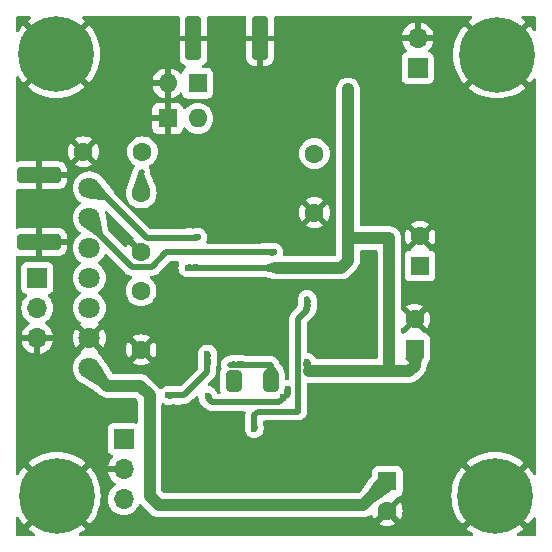
<source format=gbr>
%TF.GenerationSoftware,KiCad,Pcbnew,8.0.3-unknown-202406242120~006f0a95c1~ubuntu22.04.1*%
%TF.CreationDate,2024-06-25T16:46:03+05:30*%
%TF.ProjectId,SDR-Board,5344522d-426f-4617-9264-2e6b69636164,rev?*%
%TF.SameCoordinates,Original*%
%TF.FileFunction,Copper,L2,Bot*%
%TF.FilePolarity,Positive*%
%FSLAX46Y46*%
G04 Gerber Fmt 4.6, Leading zero omitted, Abs format (unit mm)*
G04 Created by KiCad (PCBNEW 8.0.3-unknown-202406242120~006f0a95c1~ubuntu22.04.1) date 2024-06-25 16:46:03*
%MOMM*%
%LPD*%
G01*
G04 APERTURE LIST*
G04 Aperture macros list*
%AMRoundRect*
0 Rectangle with rounded corners*
0 $1 Rounding radius*
0 $2 $3 $4 $5 $6 $7 $8 $9 X,Y pos of 4 corners*
0 Add a 4 corners polygon primitive as box body*
4,1,4,$2,$3,$4,$5,$6,$7,$8,$9,$2,$3,0*
0 Add four circle primitives for the rounded corners*
1,1,$1+$1,$2,$3*
1,1,$1+$1,$4,$5*
1,1,$1+$1,$6,$7*
1,1,$1+$1,$8,$9*
0 Add four rect primitives between the rounded corners*
20,1,$1+$1,$2,$3,$4,$5,0*
20,1,$1+$1,$4,$5,$6,$7,0*
20,1,$1+$1,$6,$7,$8,$9,0*
20,1,$1+$1,$8,$9,$2,$3,0*%
G04 Aperture macros list end*
%TA.AperFunction,ComponentPad*%
%ADD10C,1.600000*%
%TD*%
%TA.AperFunction,ComponentPad*%
%ADD11C,0.800000*%
%TD*%
%TA.AperFunction,ComponentPad*%
%ADD12C,6.400000*%
%TD*%
%TA.AperFunction,ComponentPad*%
%ADD13R,1.700000X1.700000*%
%TD*%
%TA.AperFunction,ComponentPad*%
%ADD14O,1.700000X1.700000*%
%TD*%
%TA.AperFunction,ComponentPad*%
%ADD15C,1.800000*%
%TD*%
%TA.AperFunction,SMDPad,CuDef*%
%ADD16RoundRect,0.250000X0.425000X1.600000X-0.425000X1.600000X-0.425000X-1.600000X0.425000X-1.600000X0*%
%TD*%
%TA.AperFunction,ComponentPad*%
%ADD17R,1.600000X1.600000*%
%TD*%
%TA.AperFunction,ComponentPad*%
%ADD18O,1.600000X1.600000*%
%TD*%
%TA.AperFunction,SMDPad,CuDef*%
%ADD19RoundRect,0.250000X-1.600000X0.425000X-1.600000X-0.425000X1.600000X-0.425000X1.600000X0.425000X0*%
%TD*%
%TA.AperFunction,SMDPad,CuDef*%
%ADD20RoundRect,0.250000X0.412500X0.650000X-0.412500X0.650000X-0.412500X-0.650000X0.412500X-0.650000X0*%
%TD*%
%TA.AperFunction,ViaPad*%
%ADD21C,0.600000*%
%TD*%
%TA.AperFunction,Conductor*%
%ADD22C,1.000000*%
%TD*%
%TA.AperFunction,Conductor*%
%ADD23C,0.500000*%
%TD*%
G04 APERTURE END LIST*
D10*
%TO.P,C5,1*%
%TO.N,GND*%
X97100000Y-65570000D03*
%TO.P,C5,2*%
%TO.N,Net-(U2-2B1)*%
X102100000Y-65570000D03*
%TD*%
D11*
%TO.P,H4,1,1*%
%TO.N,GND*%
X129552944Y-94697056D03*
X130255888Y-93000000D03*
X130255888Y-96394112D03*
X131952944Y-92297056D03*
D12*
X131952944Y-94697056D03*
D11*
X131952944Y-97097056D03*
X133650000Y-93000000D03*
X133650000Y-96394112D03*
X134352944Y-94697056D03*
%TD*%
D13*
%TO.P,J3,1,Pin_1*%
%TO.N,Net-(J3-Pin_1)*%
X100500000Y-89900000D03*
D14*
%TO.P,J3,2,Pin_2*%
%TO.N,GND*%
X100500000Y-92440000D03*
%TO.P,J3,3,Pin_3*%
%TO.N,Net-(J3-Pin_3)*%
X100500000Y-94980000D03*
%TD*%
D15*
%TO.P,U1,1,VIN*%
%TO.N,+3.3V*%
X97600000Y-83880000D03*
%TO.P,U1,2,GND*%
%TO.N,GND*%
X97600000Y-81340000D03*
%TO.P,U1,3,SDA*%
%TO.N,Net-(J1-Pin_2)*%
X97600000Y-78800000D03*
%TO.P,U1,4,SCL*%
%TO.N,Net-(J1-Pin_1)*%
X97600000Y-76260000D03*
%TO.P,U1,5,S2*%
%TO.N,Net-(TX1-In)*%
X97600000Y-73720000D03*
%TO.P,U1,6,S1*%
%TO.N,Net-(U1-S1)*%
X97600000Y-71180000D03*
%TO.P,U1,7,SO*%
%TO.N,Net-(U1-SO)*%
X97600000Y-68640000D03*
%TD*%
D10*
%TO.P,C7,1*%
%TO.N,GND*%
X101980000Y-82340000D03*
%TO.P,C7,2*%
%TO.N,Net-(U2-2B4)*%
X101980000Y-77340000D03*
%TD*%
D16*
%TO.P,RX1,2,Ext*%
%TO.N,GND*%
X106415000Y-55982500D03*
X112065000Y-55982500D03*
%TD*%
D17*
%TO.P,D3,1,K*%
%TO.N,GND*%
X104244315Y-62750000D03*
D18*
%TO.P,D3,2,A*%
%TO.N,Net-(D2-K)*%
X106784315Y-62750000D03*
%TD*%
D17*
%TO.P,C8,1*%
%TO.N,+12V*%
X125600000Y-75250000D03*
D10*
%TO.P,C8,2*%
%TO.N,GND*%
X125600000Y-72750000D03*
%TD*%
D11*
%TO.P,H2,1,1*%
%TO.N,GND*%
X92402944Y-57302944D03*
X93105888Y-55605888D03*
X93105888Y-59000000D03*
X94802944Y-54902944D03*
D12*
X94802944Y-57302944D03*
D11*
X94802944Y-59702944D03*
X96500000Y-55605888D03*
X96500000Y-59000000D03*
X97202944Y-57302944D03*
%TD*%
D17*
%TO.P,C15,1*%
%TO.N,+3.3V*%
X122820000Y-93484888D03*
D10*
%TO.P,C15,2*%
%TO.N,GND*%
X122820000Y-95984888D03*
%TD*%
D13*
%TO.P,J1,1,Pin_1*%
%TO.N,Net-(J1-Pin_1)*%
X93200000Y-76275000D03*
D14*
%TO.P,J1,2,Pin_2*%
%TO.N,Net-(J1-Pin_2)*%
X93200000Y-78815000D03*
%TO.P,J1,3,Pin_3*%
%TO.N,GND*%
X93200000Y-81355000D03*
%TD*%
D10*
%TO.P,C6,1*%
%TO.N,GND*%
X116650000Y-70730000D03*
%TO.P,C6,2*%
%TO.N,Net-(U2-2B2)*%
X116650000Y-65730000D03*
%TD*%
D19*
%TO.P,TX1,2,Ext*%
%TO.N,GND*%
X93350000Y-73225000D03*
X93350000Y-67575000D03*
%TD*%
D11*
%TO.P,H1,1,1*%
%TO.N,GND*%
X129700000Y-57350000D03*
X130402944Y-55652944D03*
X130402944Y-59047056D03*
X132100000Y-54950000D03*
D12*
X132100000Y-57350000D03*
D11*
X132100000Y-59750000D03*
X133797056Y-55652944D03*
X133797056Y-59047056D03*
X134500000Y-57350000D03*
%TD*%
D17*
%TO.P,D2,1,K*%
%TO.N,Net-(D2-K)*%
X106781370Y-59770000D03*
D18*
%TO.P,D2,2,A*%
%TO.N,GND*%
X104241370Y-59770000D03*
%TD*%
D17*
%TO.P,C13,1*%
%TO.N,+5V*%
X125150000Y-82245113D03*
D10*
%TO.P,C13,2*%
%TO.N,GND*%
X125150000Y-79745113D03*
%TD*%
D13*
%TO.P,J2,1,Pin_1*%
%TO.N,Net-(J2-Pin_1)*%
X125400000Y-58475000D03*
D14*
%TO.P,J2,2,Pin_2*%
%TO.N,GND*%
X125400000Y-55935000D03*
%TD*%
D11*
%TO.P,H3,1,1*%
%TO.N,GND*%
X92452944Y-94697056D03*
X93155888Y-93000000D03*
X93155888Y-96394112D03*
X94852944Y-92297056D03*
D12*
X94852944Y-94697056D03*
D11*
X94852944Y-97097056D03*
X96550000Y-93000000D03*
X96550000Y-96394112D03*
X97252944Y-94697056D03*
%TD*%
D10*
%TO.P,C4,1*%
%TO.N,GND*%
X102000000Y-74070000D03*
%TO.P,C4,2*%
%TO.N,Net-(U2-2B3)*%
X102000000Y-69070000D03*
%TD*%
D20*
%TO.P,CD2,1*%
%TO.N,Net-(CD2-Pad1)*%
X112962500Y-85000000D03*
%TO.P,CD2,2*%
%TO.N,Net-(U2-2B1)*%
X109837500Y-85000000D03*
%TD*%
D21*
%TO.N,+5V*%
X116050000Y-84130000D03*
X106670000Y-75370000D03*
X119400000Y-61000000D03*
X119500000Y-60300000D03*
X116030000Y-83400000D03*
X105940000Y-75390000D03*
%TO.N,Net-(C12-Pad2)*%
X116070000Y-78730000D03*
X116070000Y-78100000D03*
X111560000Y-89030000D03*
%TO.N,Net-(U6B--)*%
X114004253Y-86370011D03*
X114410000Y-85690000D03*
X107630000Y-86220000D03*
%TO.N,GND*%
X121000000Y-64100000D03*
X94300000Y-89100000D03*
X115600000Y-97400000D03*
X113450000Y-63370000D03*
X121000000Y-69800000D03*
X101400000Y-57800000D03*
X99900000Y-57800000D03*
X92800000Y-86200000D03*
X94200000Y-62000000D03*
X104230000Y-64750000D03*
X120460000Y-92020000D03*
X101400000Y-55100000D03*
X102300000Y-70900000D03*
X105800000Y-91100000D03*
X121000000Y-67100000D03*
X101400000Y-56600000D03*
X117400000Y-73499000D03*
X134900000Y-68000000D03*
X100000000Y-62000000D03*
X114950000Y-63370000D03*
X95700000Y-63500000D03*
X121400000Y-76160000D03*
X122500000Y-67100000D03*
X126800000Y-84020000D03*
X122500000Y-71300000D03*
X95700000Y-62000000D03*
X131500000Y-89150000D03*
X99900000Y-56600000D03*
X114100000Y-97400000D03*
X116590000Y-68600000D03*
X134900000Y-74000000D03*
X112270000Y-78070000D03*
X101000000Y-72900000D03*
X134900000Y-69500000D03*
X117100000Y-97400000D03*
X110420000Y-72930000D03*
X110400000Y-71460000D03*
X134000000Y-87300000D03*
X132500000Y-87300000D03*
X107920000Y-76700000D03*
X134900000Y-62000000D03*
X101400000Y-59300000D03*
X133400000Y-62000000D03*
X108900000Y-71460000D03*
X122500000Y-64100000D03*
X103700000Y-70700000D03*
X102000000Y-79850000D03*
X112270000Y-78880000D03*
X127400000Y-77100000D03*
X116190000Y-76810000D03*
X92800000Y-87700000D03*
X116450000Y-63370000D03*
X134900000Y-71000000D03*
X99900000Y-59300000D03*
X134900000Y-65000000D03*
X121000000Y-71300000D03*
X133400000Y-63500000D03*
X94200000Y-63500000D03*
X116200000Y-73500000D03*
X97000000Y-62000000D03*
X102000000Y-79060000D03*
X134900000Y-66500000D03*
X111270000Y-66500000D03*
X122500000Y-69800000D03*
X122500000Y-65600000D03*
X120100000Y-97400000D03*
X121000000Y-65600000D03*
X122500000Y-68600000D03*
X134000000Y-85800000D03*
X98500000Y-62000000D03*
X134900000Y-72500000D03*
X131700000Y-62800000D03*
X121400000Y-75370000D03*
X92800000Y-89100000D03*
X94300000Y-90600000D03*
X109520000Y-78330000D03*
X97000000Y-63500000D03*
X103000000Y-70700000D03*
X98500000Y-63500000D03*
X99900000Y-55100000D03*
X131700000Y-61370000D03*
X115360000Y-76810000D03*
X92800000Y-90600000D03*
X120460000Y-91230000D03*
X132400000Y-89150000D03*
X118600000Y-97400000D03*
X100000000Y-63500000D03*
X132500000Y-85800000D03*
X134900000Y-63500000D03*
X121000000Y-68600000D03*
X109480000Y-77580000D03*
X111950000Y-63370000D03*
%TO.N,Net-(U2-2B1)*%
X110190000Y-84990000D03*
X109500000Y-85000000D03*
%TO.N,Net-(U1-SO)*%
X106080000Y-72850000D03*
X106780000Y-72830000D03*
%TO.N,Net-(U1-S1)*%
X112400000Y-74100000D03*
X113200000Y-74100000D03*
%TO.N,Net-(CD1-Pad1)*%
X104300000Y-86200000D03*
X107600000Y-82700000D03*
X105100000Y-86200000D03*
X107600000Y-83400000D03*
%TO.N,Net-(CD2-Pad1)*%
X110400000Y-83600000D03*
X109700000Y-83600000D03*
%TD*%
D22*
%TO.N,+5V*%
X119500000Y-72100000D02*
X119500000Y-60300000D01*
X123000000Y-84130000D02*
X121500000Y-84130000D01*
X119500000Y-72900000D02*
X119500000Y-72100000D01*
D23*
X113500000Y-75390000D02*
X114700000Y-75390000D01*
D22*
X121500000Y-84130000D02*
X116230000Y-84130000D01*
X118910000Y-75390000D02*
X113500000Y-75390000D01*
X125150000Y-83680000D02*
X125150000Y-82245113D01*
X125150000Y-83680000D02*
X124700000Y-84130000D01*
X121500000Y-84130000D02*
X124700000Y-84130000D01*
X119500000Y-72100000D02*
X119500000Y-74800000D01*
X123000000Y-72900000D02*
X123000000Y-84130000D01*
D23*
X114700000Y-75390000D02*
X117949339Y-75390000D01*
X105940000Y-75390000D02*
X113500000Y-75390000D01*
X116030000Y-83400000D02*
X116030000Y-84110000D01*
D22*
X119500000Y-72900000D02*
X123000000Y-72900000D01*
X119500000Y-74800000D02*
X118910000Y-75390000D01*
D23*
X116030000Y-84110000D02*
X116050000Y-84130000D01*
%TO.N,Net-(C12-Pad2)*%
X111560000Y-87890000D02*
X111560000Y-89030000D01*
X116070000Y-78100000D02*
X116040000Y-78070000D01*
X116040000Y-78760000D02*
X116040000Y-78960000D01*
X116040000Y-78070000D02*
X116040000Y-78010000D01*
X116040000Y-78700000D02*
X116040000Y-78130000D01*
X116070000Y-78730000D02*
X116040000Y-78700000D01*
X111880000Y-87570000D02*
X111560000Y-87890000D01*
X116040000Y-78960000D02*
X115280000Y-79720000D01*
X115280000Y-79720000D02*
X115280000Y-87570000D01*
X115280000Y-87570000D02*
X111880000Y-87570000D01*
X116070000Y-78730000D02*
X116040000Y-78760000D01*
X116040000Y-78130000D02*
X116070000Y-78100000D01*
%TO.N,Net-(U6B--)*%
X113700000Y-86800000D02*
X108000000Y-86800000D01*
X114410000Y-85690000D02*
X114410000Y-86090000D01*
X107630000Y-86430000D02*
X107630000Y-86220000D01*
X114410000Y-86090000D02*
X113700000Y-86800000D01*
X114410000Y-85720000D02*
X114410000Y-85690000D01*
X114410000Y-85690000D02*
X114440000Y-85690000D01*
X108000000Y-86800000D02*
X107630000Y-86430000D01*
%TO.N,GND*%
X109480000Y-78290000D02*
X109520000Y-78330000D01*
X109520000Y-78330000D02*
X112010000Y-78330000D01*
X112010000Y-78330000D02*
X112270000Y-78070000D01*
X109480000Y-77580000D02*
X109480000Y-78290000D01*
X112270000Y-78880000D02*
X112270000Y-78070000D01*
%TO.N,Net-(U2-2B3)*%
X102000000Y-69070000D02*
X102000000Y-67350000D01*
X102000000Y-67350000D02*
X102020000Y-67330000D01*
D22*
%TO.N,+3.3V*%
X97600000Y-83880000D02*
X99120000Y-85400000D01*
X99120000Y-85400000D02*
X101900000Y-85400000D01*
X102700000Y-86200000D02*
X102700000Y-94700000D01*
X103500000Y-95500000D02*
X120804888Y-95500000D01*
X101900000Y-85400000D02*
X102700000Y-86200000D01*
X120804888Y-95500000D02*
X122820000Y-93484888D01*
X102700000Y-94700000D02*
X103500000Y-95500000D01*
D23*
%TO.N,Net-(U1-SO)*%
X99107873Y-69507873D02*
X102500000Y-72900000D01*
X105477650Y-72900000D02*
X105266788Y-72900000D01*
X98240000Y-68640000D02*
X98851780Y-69251780D01*
X106710000Y-72900000D02*
X105477650Y-72900000D01*
X102046900Y-72446899D02*
X102500001Y-72900000D01*
X106780000Y-72830000D02*
X106710000Y-72900000D01*
X98851780Y-69251780D02*
X99107873Y-69507873D01*
X102188320Y-72588320D02*
X102046900Y-72446899D01*
X102500000Y-72900000D02*
X102188320Y-72588320D01*
X102500001Y-72900000D02*
X105266788Y-72900000D01*
%TO.N,Net-(U1-S1)*%
X102900000Y-75300000D02*
X104100000Y-74100000D01*
X102900000Y-75320000D02*
X102900000Y-75300000D01*
X101220000Y-75320000D02*
X102900000Y-75320000D01*
X104100000Y-74100000D02*
X113200000Y-74100000D01*
X97600000Y-71700000D02*
X101220000Y-75320000D01*
%TO.N,Net-(CD1-Pad1)*%
X105800000Y-86000000D02*
X107600000Y-84200000D01*
X107600000Y-84200000D02*
X107600000Y-83400000D01*
X105600000Y-86200000D02*
X105800000Y-86000000D01*
X104300000Y-86200000D02*
X105600000Y-86200000D01*
X107600000Y-83400000D02*
X107600000Y-82700000D01*
%TO.N,Net-(CD2-Pad1)*%
X109700000Y-83600000D02*
X109500000Y-83600000D01*
X112962500Y-83662500D02*
X112900000Y-83600000D01*
X112962500Y-85000000D02*
X112962500Y-83662500D01*
X112900000Y-83600000D02*
X110400000Y-83600000D01*
X110400000Y-83600000D02*
X109700000Y-83600000D01*
%TD*%
%TA.AperFunction,Conductor*%
%TO.N,GND*%
G36*
X93632532Y-95739386D02*
G01*
X93810614Y-95917468D01*
X93912244Y-95991307D01*
X92417592Y-97485959D01*
X92417593Y-97485960D01*
X92675150Y-97694524D01*
X92947675Y-97871505D01*
X92993178Y-97924526D01*
X93002792Y-97993731D01*
X92973465Y-98057148D01*
X92914508Y-98094642D01*
X92880140Y-98099500D01*
X91524500Y-98099500D01*
X91457461Y-98079815D01*
X91411706Y-98027011D01*
X91400500Y-97975500D01*
X91400500Y-96587702D01*
X91420185Y-96520663D01*
X91472989Y-96474908D01*
X91542147Y-96464964D01*
X91605703Y-96493989D01*
X91634985Y-96531408D01*
X91644251Y-96549594D01*
X91644252Y-96549597D01*
X91855475Y-96874849D01*
X92064039Y-97132406D01*
X92064040Y-97132406D01*
X93558692Y-95637754D01*
X93632532Y-95739386D01*
G37*
%TD.AperFunction*%
%TA.AperFunction,Conductor*%
G36*
X121942539Y-73920185D02*
G01*
X121988294Y-73972989D01*
X121999500Y-74024500D01*
X121999500Y-83005500D01*
X121979815Y-83072539D01*
X121927011Y-83118294D01*
X121875500Y-83129500D01*
X116871423Y-83129500D01*
X116804384Y-83109815D01*
X116758629Y-83057011D01*
X116757068Y-83053133D01*
X116755792Y-83050483D01*
X116734784Y-83017049D01*
X116659816Y-82897738D01*
X116532262Y-82770184D01*
X116507457Y-82754598D01*
X116379521Y-82674210D01*
X116209249Y-82614630D01*
X116140616Y-82606897D01*
X116076202Y-82579830D01*
X116036647Y-82522235D01*
X116030500Y-82483677D01*
X116030500Y-80082229D01*
X116050185Y-80015190D01*
X116066819Y-79994548D01*
X116622948Y-79438419D01*
X116622951Y-79438416D01*
X116705084Y-79315495D01*
X116761658Y-79178913D01*
X116770316Y-79135384D01*
X116786938Y-79093606D01*
X116795789Y-79079522D01*
X116855368Y-78909255D01*
X116855369Y-78909249D01*
X116875565Y-78730003D01*
X116875565Y-78729998D01*
X116869838Y-78679175D01*
X116869063Y-78664178D01*
X116869196Y-78649317D01*
X116866006Y-78625633D01*
X116839869Y-78431548D01*
X116839869Y-78398448D01*
X116846213Y-78351344D01*
X116869196Y-78180684D01*
X116872522Y-78147985D01*
X116872627Y-78146462D01*
X116872459Y-78136864D01*
X116873220Y-78120805D01*
X116875565Y-78100000D01*
X116871788Y-78066482D01*
X116871535Y-78062586D01*
X116870462Y-78054499D01*
X116870163Y-78052060D01*
X116855369Y-77920750D01*
X116855368Y-77920745D01*
X116834029Y-77859762D01*
X116795789Y-77750478D01*
X116699816Y-77597738D01*
X116572262Y-77470184D01*
X116555270Y-77459507D01*
X116533561Y-77442194D01*
X116518418Y-77427050D01*
X116518415Y-77427048D01*
X116395501Y-77344919D01*
X116395488Y-77344912D01*
X116258917Y-77288343D01*
X116258907Y-77288340D01*
X116113920Y-77259500D01*
X116113918Y-77259500D01*
X115966082Y-77259500D01*
X115966080Y-77259500D01*
X115821092Y-77288340D01*
X115821082Y-77288343D01*
X115684511Y-77344912D01*
X115684498Y-77344919D01*
X115561584Y-77427048D01*
X115561580Y-77427051D01*
X115457051Y-77531580D01*
X115457048Y-77531584D01*
X115374919Y-77654498D01*
X115374912Y-77654511D01*
X115318342Y-77791084D01*
X115318341Y-77791089D01*
X115304680Y-77859762D01*
X115300106Y-77876519D01*
X115284632Y-77920745D01*
X115284630Y-77920751D01*
X115264435Y-78099995D01*
X115264435Y-78099998D01*
X115264891Y-78104049D01*
X115264924Y-78124623D01*
X115265358Y-78124640D01*
X115265191Y-78129063D01*
X115274677Y-78410826D01*
X115274677Y-78419171D01*
X115271292Y-78519710D01*
X115260436Y-78566433D01*
X115178279Y-78748959D01*
X115152886Y-78785744D01*
X114697047Y-79241584D01*
X114697045Y-79241586D01*
X114674442Y-79275416D01*
X114665424Y-79288914D01*
X114658822Y-79298795D01*
X114614914Y-79364507D01*
X114558343Y-79501082D01*
X114558340Y-79501092D01*
X114529500Y-79646079D01*
X114529500Y-84760435D01*
X114509815Y-84827474D01*
X114457011Y-84873229D01*
X114416731Y-84881991D01*
X114416919Y-84883655D01*
X114263382Y-84900954D01*
X114194560Y-84888899D01*
X114143181Y-84841550D01*
X114125499Y-84777734D01*
X114125499Y-84299998D01*
X114125498Y-84299981D01*
X114114999Y-84197203D01*
X114114998Y-84197200D01*
X114086535Y-84111305D01*
X114059814Y-84030666D01*
X114020235Y-83966499D01*
X114015976Y-83958476D01*
X114015862Y-83958538D01*
X114013758Y-83954642D01*
X114013756Y-83954637D01*
X113986313Y-83911482D01*
X113985504Y-83910189D01*
X113967712Y-83881344D01*
X113967711Y-83881343D01*
X113966994Y-83880180D01*
X113961418Y-83872332D01*
X113681321Y-83431864D01*
X113671396Y-83412777D01*
X113627587Y-83307012D01*
X113627586Y-83307011D01*
X113627584Y-83307005D01*
X113606055Y-83274785D01*
X113545454Y-83184088D01*
X113545453Y-83184086D01*
X113513962Y-83152595D01*
X113464228Y-83102861D01*
X113378416Y-83017048D01*
X113297651Y-82963084D01*
X113255495Y-82934916D01*
X113255494Y-82934915D01*
X113255492Y-82934914D01*
X113255490Y-82934913D01*
X113118917Y-82878343D01*
X113118907Y-82878340D01*
X112973920Y-82849500D01*
X112973918Y-82849500D01*
X111063364Y-82849500D01*
X111035591Y-82846349D01*
X111031252Y-82845352D01*
X110454598Y-82797297D01*
X110454593Y-82797296D01*
X110454561Y-82797294D01*
X110433986Y-82796002D01*
X110433072Y-82795964D01*
X110433066Y-82795964D01*
X110433061Y-82795964D01*
X110433059Y-82795964D01*
X110426609Y-82796161D01*
X110408931Y-82795441D01*
X110400000Y-82794435D01*
X110399999Y-82794435D01*
X110399998Y-82794435D01*
X110375075Y-82797242D01*
X110353811Y-82797800D01*
X110346580Y-82797369D01*
X110345392Y-82797298D01*
X110345391Y-82797298D01*
X110327355Y-82798801D01*
X110060297Y-82821055D01*
X110039703Y-82821055D01*
X109754566Y-82797294D01*
X109733986Y-82796002D01*
X109733072Y-82795964D01*
X109733066Y-82795964D01*
X109733061Y-82795964D01*
X109733059Y-82795964D01*
X109726609Y-82796161D01*
X109708931Y-82795441D01*
X109700000Y-82794435D01*
X109699999Y-82794435D01*
X109699998Y-82794435D01*
X109699997Y-82794435D01*
X109673945Y-82797369D01*
X109663892Y-82798089D01*
X109659364Y-82798228D01*
X109655257Y-82798801D01*
X109645426Y-82800583D01*
X109520749Y-82814630D01*
X109520742Y-82814632D01*
X109422748Y-82848921D01*
X109405987Y-82853496D01*
X109281092Y-82878340D01*
X109281084Y-82878342D01*
X109144511Y-82934912D01*
X109144498Y-82934919D01*
X109021584Y-83017048D01*
X109021580Y-83017051D01*
X108917051Y-83121580D01*
X108917048Y-83121584D01*
X108834919Y-83244498D01*
X108834912Y-83244511D01*
X108778343Y-83381082D01*
X108778340Y-83381092D01*
X108749500Y-83526079D01*
X108749500Y-83526082D01*
X108749500Y-83673918D01*
X108749500Y-83673920D01*
X108749499Y-83673920D01*
X108778340Y-83818907D01*
X108778343Y-83818917D01*
X108791220Y-83850004D01*
X108798689Y-83919473D01*
X108782198Y-83962551D01*
X108740186Y-84030666D01*
X108685001Y-84197203D01*
X108685001Y-84197204D01*
X108685000Y-84197204D01*
X108674500Y-84299983D01*
X108674500Y-85700001D01*
X108674501Y-85700018D01*
X108685000Y-85802796D01*
X108685001Y-85802799D01*
X108712736Y-85886496D01*
X108715138Y-85956324D01*
X108679406Y-86016366D01*
X108616886Y-86047559D01*
X108595030Y-86049500D01*
X108515072Y-86049500D01*
X108448033Y-86029815D01*
X108402278Y-85977011D01*
X108401125Y-85974410D01*
X108376223Y-85916395D01*
X108376223Y-85916394D01*
X108364110Y-85891634D01*
X108358455Y-85878098D01*
X108355790Y-85870480D01*
X108313262Y-85802797D01*
X108259816Y-85717738D01*
X108132262Y-85590184D01*
X108100431Y-85570183D01*
X107979523Y-85494211D01*
X107809254Y-85434631D01*
X107809250Y-85434630D01*
X107721338Y-85424725D01*
X107656924Y-85397658D01*
X107617369Y-85340063D01*
X107615232Y-85270226D01*
X107647539Y-85213827D01*
X108182951Y-84678416D01*
X108265084Y-84555495D01*
X108321658Y-84418913D01*
X108335267Y-84350500D01*
X108350500Y-84273920D01*
X108350500Y-84063362D01*
X108353651Y-84035586D01*
X108354648Y-84031251D01*
X108402701Y-83454608D01*
X108403983Y-83434281D01*
X108404023Y-83433348D01*
X108403821Y-83426734D01*
X108404544Y-83409058D01*
X108405565Y-83400002D01*
X108405565Y-83400000D01*
X108402757Y-83375082D01*
X108402198Y-83353802D01*
X108402701Y-83345391D01*
X108378943Y-83060295D01*
X108378943Y-83039701D01*
X108402701Y-82754608D01*
X108403983Y-82734281D01*
X108404023Y-82733348D01*
X108403821Y-82726734D01*
X108404544Y-82709058D01*
X108405565Y-82700000D01*
X108402625Y-82673917D01*
X108401906Y-82663834D01*
X108401770Y-82659359D01*
X108401769Y-82659355D01*
X108401769Y-82659349D01*
X108401199Y-82655263D01*
X108399416Y-82645432D01*
X108385368Y-82520745D01*
X108325789Y-82350478D01*
X108319206Y-82340002D01*
X108286116Y-82287339D01*
X108229816Y-82197738D01*
X108102262Y-82070184D01*
X107949523Y-81974211D01*
X107779254Y-81914631D01*
X107779249Y-81914630D01*
X107600004Y-81894435D01*
X107599996Y-81894435D01*
X107420750Y-81914630D01*
X107420745Y-81914631D01*
X107250476Y-81974211D01*
X107097737Y-82070184D01*
X106970184Y-82197737D01*
X106874211Y-82350476D01*
X106814631Y-82520745D01*
X106814630Y-82520750D01*
X106795161Y-82693553D01*
X106794435Y-82700000D01*
X106795870Y-82712741D01*
X106797242Y-82724918D01*
X106797801Y-82746181D01*
X106797298Y-82754607D01*
X106821055Y-83039702D01*
X106821055Y-83060296D01*
X106813364Y-83152595D01*
X106797298Y-83345390D01*
X106796828Y-83352836D01*
X106796015Y-83365720D01*
X106795975Y-83366658D01*
X106796177Y-83373301D01*
X106795456Y-83390928D01*
X106794435Y-83399998D01*
X106794435Y-83400003D01*
X106797241Y-83424909D01*
X106797801Y-83446172D01*
X106797298Y-83454604D01*
X106797298Y-83454609D01*
X106813472Y-83648695D01*
X106829962Y-83846582D01*
X106815912Y-83915024D01*
X106794071Y-83944560D01*
X105361693Y-85376937D01*
X105300370Y-85410422D01*
X105260129Y-85412476D01*
X105100004Y-85394435D01*
X105099996Y-85394435D01*
X104920751Y-85414630D01*
X104920744Y-85414632D01*
X104876787Y-85430012D01*
X104825539Y-85436541D01*
X104354564Y-85397294D01*
X104333986Y-85396002D01*
X104333072Y-85395964D01*
X104333066Y-85395964D01*
X104333061Y-85395964D01*
X104333059Y-85395964D01*
X104326609Y-85396161D01*
X104308931Y-85395441D01*
X104300000Y-85394435D01*
X104299999Y-85394435D01*
X104299998Y-85394435D01*
X104299997Y-85394435D01*
X104273945Y-85397369D01*
X104263892Y-85398089D01*
X104259364Y-85398228D01*
X104255257Y-85398801D01*
X104245426Y-85400583D01*
X104120750Y-85414630D01*
X103950478Y-85474210D01*
X103797739Y-85570183D01*
X103715583Y-85652339D01*
X103654259Y-85685823D01*
X103584568Y-85680839D01*
X103528634Y-85638967D01*
X103524799Y-85633547D01*
X103477137Y-85562215D01*
X103334686Y-85419764D01*
X103334655Y-85419735D01*
X102681479Y-84766559D01*
X102681459Y-84766537D01*
X102537785Y-84622863D01*
X102537781Y-84622860D01*
X102373920Y-84513371D01*
X102373907Y-84513364D01*
X102222661Y-84450717D01*
X102191837Y-84437949D01*
X102191829Y-84437947D01*
X102095188Y-84418724D01*
X101998544Y-84399500D01*
X101998541Y-84399500D01*
X99640585Y-84399500D01*
X99573546Y-84379815D01*
X99535623Y-84341522D01*
X99509494Y-84299983D01*
X99078404Y-83614637D01*
X98866893Y-83278378D01*
X98858310Y-83262187D01*
X98835924Y-83211151D01*
X98797668Y-83152596D01*
X98708983Y-83016852D01*
X98708980Y-83016849D01*
X98708979Y-83016847D01*
X98551784Y-82846087D01*
X98373773Y-82707536D01*
X98332961Y-82650826D01*
X98329286Y-82581053D01*
X98363917Y-82520370D01*
X98373772Y-82511831D01*
X98398797Y-82492352D01*
X98398798Y-82492350D01*
X98246445Y-82339997D01*
X100675034Y-82339997D01*
X100675034Y-82340002D01*
X100694858Y-82566599D01*
X100694860Y-82566610D01*
X100753730Y-82786317D01*
X100753735Y-82786331D01*
X100849863Y-82992478D01*
X100900974Y-83065472D01*
X101580000Y-82386446D01*
X101580000Y-82392661D01*
X101607259Y-82494394D01*
X101659920Y-82585606D01*
X101734394Y-82660080D01*
X101825606Y-82712741D01*
X101927339Y-82740000D01*
X101933553Y-82740000D01*
X101254526Y-83419025D01*
X101327513Y-83470132D01*
X101327521Y-83470136D01*
X101533668Y-83566264D01*
X101533682Y-83566269D01*
X101753389Y-83625139D01*
X101753400Y-83625141D01*
X101979998Y-83644966D01*
X101980002Y-83644966D01*
X102206599Y-83625141D01*
X102206610Y-83625139D01*
X102426317Y-83566269D01*
X102426331Y-83566264D01*
X102632478Y-83470136D01*
X102705471Y-83419024D01*
X102026447Y-82740000D01*
X102032661Y-82740000D01*
X102134394Y-82712741D01*
X102225606Y-82660080D01*
X102300080Y-82585606D01*
X102352741Y-82494394D01*
X102380000Y-82392661D01*
X102380000Y-82386447D01*
X103059024Y-83065471D01*
X103110136Y-82992478D01*
X103206264Y-82786331D01*
X103206269Y-82786317D01*
X103265139Y-82566610D01*
X103265141Y-82566599D01*
X103284966Y-82340002D01*
X103284966Y-82339997D01*
X103265141Y-82113400D01*
X103265139Y-82113389D01*
X103206269Y-81893682D01*
X103206264Y-81893668D01*
X103110136Y-81687521D01*
X103110132Y-81687513D01*
X103059025Y-81614526D01*
X102380000Y-82293551D01*
X102380000Y-82287339D01*
X102352741Y-82185606D01*
X102300080Y-82094394D01*
X102225606Y-82019920D01*
X102134394Y-81967259D01*
X102032661Y-81940000D01*
X102026448Y-81940000D01*
X102705472Y-81260974D01*
X102632478Y-81209863D01*
X102426331Y-81113735D01*
X102426317Y-81113730D01*
X102206610Y-81054860D01*
X102206599Y-81054858D01*
X101980002Y-81035034D01*
X101979998Y-81035034D01*
X101753400Y-81054858D01*
X101753389Y-81054860D01*
X101533682Y-81113730D01*
X101533673Y-81113734D01*
X101327516Y-81209866D01*
X101327512Y-81209868D01*
X101254526Y-81260973D01*
X101254526Y-81260974D01*
X101933553Y-81940000D01*
X101927339Y-81940000D01*
X101825606Y-81967259D01*
X101734394Y-82019920D01*
X101659920Y-82094394D01*
X101607259Y-82185606D01*
X101580000Y-82287339D01*
X101580000Y-82293552D01*
X100900974Y-81614526D01*
X100900973Y-81614526D01*
X100849868Y-81687512D01*
X100849866Y-81687516D01*
X100753734Y-81893673D01*
X100753730Y-81893682D01*
X100694860Y-82113389D01*
X100694858Y-82113400D01*
X100675034Y-82339997D01*
X98246445Y-82339997D01*
X97735942Y-81829494D01*
X97796081Y-81813381D01*
X97911920Y-81746502D01*
X98006502Y-81651920D01*
X98073381Y-81536081D01*
X98089495Y-81475942D01*
X98751186Y-82137633D01*
X98835482Y-82008611D01*
X98928682Y-81796135D01*
X98985638Y-81571218D01*
X99004798Y-81340005D01*
X99004798Y-81339994D01*
X98985638Y-81108781D01*
X98928682Y-80883864D01*
X98835484Y-80671393D01*
X98751186Y-80542365D01*
X98089494Y-81204057D01*
X98073381Y-81143919D01*
X98006502Y-81028080D01*
X97911920Y-80933498D01*
X97796081Y-80866619D01*
X97735941Y-80850504D01*
X98398797Y-80187647D01*
X98398797Y-80187646D01*
X98373773Y-80168169D01*
X98332961Y-80111459D01*
X98329286Y-80041686D01*
X98363918Y-79981003D01*
X98373760Y-79972473D01*
X98551784Y-79833913D01*
X98708979Y-79663153D01*
X98835924Y-79468849D01*
X98929157Y-79256300D01*
X98986134Y-79031305D01*
X98996247Y-78909262D01*
X99005300Y-78800006D01*
X99005300Y-78799993D01*
X98986135Y-78568702D01*
X98986133Y-78568691D01*
X98929157Y-78343699D01*
X98835924Y-78131151D01*
X98708983Y-77936852D01*
X98708980Y-77936849D01*
X98708979Y-77936847D01*
X98551784Y-77766087D01*
X98374180Y-77627853D01*
X98333368Y-77571143D01*
X98329693Y-77501370D01*
X98364324Y-77440687D01*
X98374181Y-77432146D01*
X98551784Y-77293913D01*
X98708979Y-77123153D01*
X98835924Y-76928849D01*
X98929157Y-76716300D01*
X98986134Y-76491305D01*
X98986135Y-76491297D01*
X99005300Y-76260006D01*
X99005300Y-76259993D01*
X98986135Y-76028702D01*
X98986133Y-76028691D01*
X98929157Y-75803699D01*
X98835924Y-75591151D01*
X98708983Y-75396852D01*
X98708980Y-75396849D01*
X98708979Y-75396847D01*
X98551784Y-75226087D01*
X98374180Y-75087853D01*
X98333368Y-75031143D01*
X98329693Y-74961370D01*
X98364324Y-74900687D01*
X98374181Y-74892146D01*
X98551784Y-74753913D01*
X98708979Y-74583153D01*
X98835924Y-74388849D01*
X98882406Y-74282880D01*
X98927362Y-74229395D01*
X98994098Y-74208705D01*
X99061426Y-74227380D01*
X99083643Y-74245010D01*
X100637049Y-75798416D01*
X100730895Y-75892262D01*
X100741585Y-75902952D01*
X100864498Y-75985080D01*
X100864511Y-75985087D01*
X100969791Y-76028695D01*
X101001087Y-76041658D01*
X101001091Y-76041658D01*
X101001092Y-76041659D01*
X101152057Y-76071689D01*
X101151797Y-76072993D01*
X101210261Y-76096587D01*
X101250631Y-76153614D01*
X101253761Y-76223414D01*
X101218657Y-76283825D01*
X101204462Y-76295419D01*
X101140856Y-76339956D01*
X100979954Y-76500858D01*
X100849432Y-76687265D01*
X100849431Y-76687267D01*
X100753261Y-76893502D01*
X100753258Y-76893511D01*
X100694366Y-77113302D01*
X100694364Y-77113313D01*
X100674532Y-77339998D01*
X100674532Y-77340001D01*
X100694364Y-77566686D01*
X100694366Y-77566697D01*
X100753258Y-77786488D01*
X100753261Y-77786497D01*
X100849431Y-77992732D01*
X100849432Y-77992734D01*
X100979954Y-78179141D01*
X101140858Y-78340045D01*
X101140861Y-78340047D01*
X101327266Y-78470568D01*
X101533504Y-78566739D01*
X101753308Y-78625635D01*
X101915230Y-78639801D01*
X101979998Y-78645468D01*
X101980000Y-78645468D01*
X101980002Y-78645468D01*
X102036673Y-78640509D01*
X102206692Y-78625635D01*
X102426496Y-78566739D01*
X102632734Y-78470568D01*
X102819139Y-78340047D01*
X102980047Y-78179139D01*
X103110568Y-77992734D01*
X103206739Y-77786496D01*
X103265635Y-77566692D01*
X103282634Y-77372384D01*
X103285468Y-77340001D01*
X103285468Y-77339998D01*
X103270847Y-77172883D01*
X103265635Y-77113308D01*
X103206739Y-76893504D01*
X103110568Y-76687266D01*
X102980047Y-76500861D01*
X102980045Y-76500858D01*
X102819144Y-76339957D01*
X102819140Y-76339954D01*
X102819139Y-76339953D01*
X102756471Y-76296073D01*
X102712849Y-76241499D01*
X102705655Y-76172001D01*
X102737177Y-76109646D01*
X102797407Y-76074231D01*
X102827597Y-76070500D01*
X102973920Y-76070500D01*
X103071462Y-76051096D01*
X103118913Y-76041658D01*
X103255495Y-75985084D01*
X103378416Y-75902951D01*
X103482951Y-75798416D01*
X103516442Y-75748291D01*
X103531855Y-75729511D01*
X104374548Y-74886819D01*
X104435871Y-74853334D01*
X104462229Y-74850500D01*
X105109220Y-74850500D01*
X105176259Y-74870185D01*
X105222014Y-74922989D01*
X105231958Y-74992147D01*
X105216624Y-75033912D01*
X105217231Y-75034205D01*
X105214225Y-75040446D01*
X105214218Y-75040466D01*
X105214211Y-75040476D01*
X105154631Y-75210745D01*
X105154630Y-75210750D01*
X105134435Y-75389996D01*
X105134435Y-75390003D01*
X105154630Y-75569249D01*
X105154631Y-75569254D01*
X105214211Y-75739523D01*
X105310184Y-75892262D01*
X105437738Y-76019816D01*
X105472501Y-76041659D01*
X105586454Y-76113261D01*
X105590478Y-76115789D01*
X105709630Y-76157482D01*
X105760745Y-76175368D01*
X105760750Y-76175369D01*
X105939997Y-76195565D01*
X105939999Y-76195565D01*
X105939999Y-76195564D01*
X105940000Y-76195565D01*
X105964919Y-76192756D01*
X105986193Y-76192198D01*
X105994608Y-76192701D01*
X106458719Y-76154025D01*
X106483687Y-76155797D01*
X106483824Y-76154589D01*
X106669996Y-76175565D01*
X106670000Y-76175565D01*
X106670004Y-76175565D01*
X106849246Y-76155369D01*
X106849245Y-76155369D01*
X106849255Y-76155368D01*
X106871857Y-76147458D01*
X106912812Y-76140500D01*
X112399799Y-76140500D01*
X112431235Y-76144550D01*
X112472508Y-76155368D01*
X113170659Y-76338345D01*
X113171856Y-76338634D01*
X113190186Y-76344603D01*
X113208163Y-76352050D01*
X113208165Y-76352051D01*
X113208169Y-76352052D01*
X113401456Y-76390500D01*
X113401459Y-76390500D01*
X119008542Y-76390500D01*
X119027870Y-76386655D01*
X119105188Y-76371275D01*
X119201836Y-76352051D01*
X119255165Y-76329961D01*
X119383914Y-76276632D01*
X119547782Y-76167139D01*
X119687139Y-76027782D01*
X119687140Y-76027779D01*
X119694206Y-76020714D01*
X119694209Y-76020710D01*
X120137778Y-75577141D01*
X120137782Y-75577139D01*
X120277139Y-75437782D01*
X120386632Y-75273914D01*
X120386635Y-75273907D01*
X120459426Y-75098173D01*
X120459427Y-75098169D01*
X120459429Y-75098165D01*
X120462051Y-75091836D01*
X120489176Y-74955470D01*
X120500500Y-74898541D01*
X120500500Y-74024500D01*
X120520185Y-73957461D01*
X120572989Y-73911706D01*
X120624500Y-73900500D01*
X121875500Y-73900500D01*
X121942539Y-73920185D01*
G37*
%TD.AperFunction*%
%TA.AperFunction,Conductor*%
G36*
X124750000Y-79797774D02*
G01*
X124777259Y-79899507D01*
X124829920Y-79990719D01*
X124904394Y-80065193D01*
X124995606Y-80117854D01*
X125097339Y-80145113D01*
X125103553Y-80145113D01*
X124419352Y-80829312D01*
X124409506Y-80878307D01*
X124360890Y-80928490D01*
X124305367Y-80943162D01*
X124305423Y-80944212D01*
X124305429Y-80944259D01*
X124305426Y-80944259D01*
X124305436Y-80944437D01*
X124302123Y-80944614D01*
X124242514Y-80951022D01*
X124167832Y-80978876D01*
X124098140Y-80983860D01*
X124036817Y-80950374D01*
X124003333Y-80889050D01*
X124000500Y-80862694D01*
X124000500Y-80592422D01*
X124020185Y-80525383D01*
X124036819Y-80504741D01*
X124750000Y-79791560D01*
X124750000Y-79797774D01*
G37*
%TD.AperFunction*%
%TA.AperFunction,Conductor*%
G36*
X99092668Y-70568024D02*
G01*
X99133979Y-70595347D01*
X101320060Y-72781428D01*
X101353545Y-72842751D01*
X101348561Y-72912443D01*
X101306689Y-72968376D01*
X101303503Y-72970684D01*
X101274526Y-72990973D01*
X101274526Y-72990974D01*
X101953552Y-73670000D01*
X101947339Y-73670000D01*
X101845606Y-73697259D01*
X101754394Y-73749920D01*
X101679920Y-73824394D01*
X101627259Y-73915606D01*
X101600000Y-74017339D01*
X101600000Y-74023552D01*
X100920974Y-73344526D01*
X100920973Y-73344526D01*
X100869868Y-73417512D01*
X100869866Y-73417517D01*
X100788567Y-73591861D01*
X100742394Y-73644300D01*
X100675201Y-73663452D01*
X100608319Y-73643236D01*
X100588504Y-73627137D01*
X100363845Y-73402478D01*
X99229166Y-72267798D01*
X99195681Y-72206475D01*
X99194755Y-72201787D01*
X98999433Y-71101307D01*
X98999421Y-71101246D01*
X98999330Y-71100730D01*
X98999359Y-71100724D01*
X98997736Y-71088727D01*
X98986134Y-70948695D01*
X98929157Y-70723700D01*
X98929155Y-70723696D01*
X98929018Y-70723296D01*
X98929010Y-70723119D01*
X98927898Y-70718728D01*
X98928801Y-70718499D01*
X98925866Y-70653497D01*
X98960950Y-70593074D01*
X99023131Y-70561211D01*
X99092668Y-70568024D01*
G37*
%TD.AperFunction*%
%TA.AperFunction,Conductor*%
G36*
X105193429Y-54120185D02*
G01*
X105239184Y-54172989D01*
X105249748Y-54237103D01*
X105240000Y-54332513D01*
X105240000Y-55732500D01*
X107589999Y-55732500D01*
X107589999Y-54332528D01*
X107589998Y-54332510D01*
X107580252Y-54237101D01*
X107593022Y-54168408D01*
X107640903Y-54117524D01*
X107703610Y-54100500D01*
X110776390Y-54100500D01*
X110843429Y-54120185D01*
X110889184Y-54172989D01*
X110899748Y-54237103D01*
X110890000Y-54332513D01*
X110890000Y-55732500D01*
X113239999Y-55732500D01*
X113239999Y-54332528D01*
X113239998Y-54332510D01*
X113230252Y-54237101D01*
X113243022Y-54168408D01*
X113290903Y-54117524D01*
X113353610Y-54100500D01*
X129891683Y-54100500D01*
X129958722Y-54120185D01*
X130004477Y-54172989D01*
X130014421Y-54242147D01*
X129985396Y-54305703D01*
X129959219Y-54328495D01*
X129922202Y-54352534D01*
X129664648Y-54561095D01*
X129664648Y-54561096D01*
X131159301Y-56055748D01*
X131057670Y-56129588D01*
X130879588Y-56307670D01*
X130805748Y-56409300D01*
X129311096Y-54914648D01*
X129311095Y-54914648D01*
X129102531Y-55172206D01*
X128891310Y-55497456D01*
X128715244Y-55843005D01*
X128576262Y-56205063D01*
X128475887Y-56579669D01*
X128475886Y-56579676D01*
X128415219Y-56962712D01*
X128394922Y-57349999D01*
X128394922Y-57350000D01*
X128415219Y-57737287D01*
X128475886Y-58120323D01*
X128475887Y-58120330D01*
X128576262Y-58494936D01*
X128715244Y-58856994D01*
X128891310Y-59202543D01*
X129102531Y-59527793D01*
X129311095Y-59785350D01*
X129311096Y-59785350D01*
X130805748Y-58290698D01*
X130879588Y-58392330D01*
X131057670Y-58570412D01*
X131159300Y-58644251D01*
X129664648Y-60138903D01*
X129664649Y-60138904D01*
X129922206Y-60347468D01*
X130247456Y-60558689D01*
X130593005Y-60734755D01*
X130955063Y-60873737D01*
X131329669Y-60974112D01*
X131329676Y-60974113D01*
X131712712Y-61034780D01*
X132099999Y-61055078D01*
X132100001Y-61055078D01*
X132487287Y-61034780D01*
X132870323Y-60974113D01*
X132870330Y-60974112D01*
X133244936Y-60873737D01*
X133606994Y-60734755D01*
X133952543Y-60558689D01*
X134277783Y-60347476D01*
X134277785Y-60347475D01*
X134535349Y-60138902D01*
X133040698Y-58644251D01*
X133142330Y-58570412D01*
X133320412Y-58392330D01*
X133394251Y-58290698D01*
X134888902Y-59785349D01*
X135097475Y-59527785D01*
X135097476Y-59527783D01*
X135171505Y-59413789D01*
X135224526Y-59368286D01*
X135293731Y-59358672D01*
X135357148Y-59387999D01*
X135394642Y-59446956D01*
X135399500Y-59481324D01*
X135399500Y-92794853D01*
X135379815Y-92861892D01*
X135327011Y-92907647D01*
X135257853Y-92917591D01*
X135194297Y-92888566D01*
X135165017Y-92851150D01*
X135161641Y-92844526D01*
X135161635Y-92844514D01*
X134950412Y-92519262D01*
X134741848Y-92261705D01*
X134741847Y-92261704D01*
X133247195Y-93756356D01*
X133173356Y-93654726D01*
X132995274Y-93476644D01*
X132893642Y-93402804D01*
X134388294Y-91908152D01*
X134388294Y-91908151D01*
X134130737Y-91699587D01*
X133805487Y-91488366D01*
X133459938Y-91312300D01*
X133097880Y-91173318D01*
X132723274Y-91072943D01*
X132723267Y-91072942D01*
X132340231Y-91012275D01*
X131952945Y-90991978D01*
X131952943Y-90991978D01*
X131565656Y-91012275D01*
X131182620Y-91072942D01*
X131182613Y-91072943D01*
X130808007Y-91173318D01*
X130445949Y-91312300D01*
X130100400Y-91488366D01*
X129775150Y-91699587D01*
X129517592Y-91908151D01*
X129517592Y-91908152D01*
X131012245Y-93402804D01*
X130910614Y-93476644D01*
X130732532Y-93654726D01*
X130658692Y-93756356D01*
X129164040Y-92261704D01*
X129164039Y-92261704D01*
X128955475Y-92519262D01*
X128744254Y-92844512D01*
X128568188Y-93190061D01*
X128429206Y-93552119D01*
X128328831Y-93926725D01*
X128328830Y-93926732D01*
X128268163Y-94309768D01*
X128247866Y-94697055D01*
X128247866Y-94697056D01*
X128268163Y-95084343D01*
X128328830Y-95467379D01*
X128328831Y-95467386D01*
X128429206Y-95841992D01*
X128568188Y-96204050D01*
X128744254Y-96549599D01*
X128955475Y-96874849D01*
X129164039Y-97132406D01*
X129164040Y-97132406D01*
X130658692Y-95637754D01*
X130732532Y-95739386D01*
X130910614Y-95917468D01*
X131012244Y-95991307D01*
X129517592Y-97485959D01*
X129517593Y-97485960D01*
X129775150Y-97694524D01*
X130047675Y-97871505D01*
X130093178Y-97924526D01*
X130102792Y-97993731D01*
X130073465Y-98057148D01*
X130014508Y-98094642D01*
X129980140Y-98099500D01*
X96825749Y-98099500D01*
X96758710Y-98079815D01*
X96712955Y-98027011D01*
X96703011Y-97957853D01*
X96732036Y-97894297D01*
X96758214Y-97871505D01*
X97030727Y-97694532D01*
X97030729Y-97694531D01*
X97288293Y-97485958D01*
X95793642Y-95991307D01*
X95895274Y-95917468D01*
X96073356Y-95739386D01*
X96147195Y-95637754D01*
X97641846Y-97132405D01*
X97850419Y-96874841D01*
X97850420Y-96874839D01*
X98061633Y-96549599D01*
X98237699Y-96204050D01*
X98376681Y-95841992D01*
X98477056Y-95467386D01*
X98477057Y-95467379D01*
X98537724Y-95084343D01*
X98558022Y-94697056D01*
X98558022Y-94697055D01*
X98537724Y-94309768D01*
X98477057Y-93926732D01*
X98477056Y-93926725D01*
X98376681Y-93552119D01*
X98237699Y-93190061D01*
X98061633Y-92844512D01*
X97850412Y-92519262D01*
X97641848Y-92261705D01*
X97641847Y-92261704D01*
X96147195Y-93756356D01*
X96073356Y-93654726D01*
X95895274Y-93476644D01*
X95793642Y-93402804D01*
X97288294Y-91908152D01*
X97288294Y-91908151D01*
X97030737Y-91699587D01*
X96705487Y-91488366D01*
X96359938Y-91312300D01*
X95997880Y-91173318D01*
X95623274Y-91072943D01*
X95623267Y-91072942D01*
X95240231Y-91012275D01*
X94852945Y-90991978D01*
X94852943Y-90991978D01*
X94465656Y-91012275D01*
X94082620Y-91072942D01*
X94082613Y-91072943D01*
X93708007Y-91173318D01*
X93345949Y-91312300D01*
X93000400Y-91488366D01*
X92675150Y-91699587D01*
X92417592Y-91908151D01*
X92417592Y-91908152D01*
X93912245Y-93402804D01*
X93810614Y-93476644D01*
X93632532Y-93654726D01*
X93558692Y-93756356D01*
X92064040Y-92261704D01*
X92064039Y-92261704D01*
X91855475Y-92519262D01*
X91644252Y-92844514D01*
X91644250Y-92844518D01*
X91634984Y-92862705D01*
X91587010Y-92913500D01*
X91519189Y-92930295D01*
X91453054Y-92907757D01*
X91409603Y-92853042D01*
X91400500Y-92806409D01*
X91400500Y-78814999D01*
X91844341Y-78814999D01*
X91844341Y-78815000D01*
X91864936Y-79050403D01*
X91864938Y-79050413D01*
X91926094Y-79278655D01*
X91926096Y-79278659D01*
X91926097Y-79278663D01*
X92025965Y-79492830D01*
X92025967Y-79492834D01*
X92133271Y-79646079D01*
X92161505Y-79686401D01*
X92328599Y-79853495D01*
X92504225Y-79976470D01*
X92514594Y-79983730D01*
X92558219Y-80038307D01*
X92565413Y-80107805D01*
X92533890Y-80170160D01*
X92514595Y-80186880D01*
X92328922Y-80316890D01*
X92328920Y-80316891D01*
X92161891Y-80483920D01*
X92161886Y-80483926D01*
X92026400Y-80677420D01*
X92026399Y-80677422D01*
X91926570Y-80891507D01*
X91926567Y-80891513D01*
X91869364Y-81104999D01*
X91869364Y-81105000D01*
X92766988Y-81105000D01*
X92734075Y-81162007D01*
X92700000Y-81289174D01*
X92700000Y-81420826D01*
X92734075Y-81547993D01*
X92766988Y-81605000D01*
X91869364Y-81605000D01*
X91926567Y-81818486D01*
X91926570Y-81818492D01*
X92026399Y-82032578D01*
X92161894Y-82226082D01*
X92328917Y-82393105D01*
X92522421Y-82528600D01*
X92736507Y-82628429D01*
X92736516Y-82628433D01*
X92950000Y-82685634D01*
X92950000Y-81788012D01*
X93007007Y-81820925D01*
X93134174Y-81855000D01*
X93265826Y-81855000D01*
X93392993Y-81820925D01*
X93450000Y-81788012D01*
X93450000Y-82685633D01*
X93663483Y-82628433D01*
X93663492Y-82628429D01*
X93877578Y-82528600D01*
X94071082Y-82393105D01*
X94238105Y-82226082D01*
X94373600Y-82032578D01*
X94473429Y-81818492D01*
X94473432Y-81818486D01*
X94530636Y-81605000D01*
X93633012Y-81605000D01*
X93665925Y-81547993D01*
X93700000Y-81420826D01*
X93700000Y-81289174D01*
X93665925Y-81162007D01*
X93633012Y-81105000D01*
X94530636Y-81105000D01*
X94530635Y-81104999D01*
X94473432Y-80891513D01*
X94473429Y-80891507D01*
X94373600Y-80677422D01*
X94373599Y-80677420D01*
X94238113Y-80483926D01*
X94238108Y-80483920D01*
X94071078Y-80316890D01*
X93885405Y-80186879D01*
X93841780Y-80132302D01*
X93834588Y-80062804D01*
X93866110Y-80000449D01*
X93885406Y-79983730D01*
X93889301Y-79981003D01*
X94071401Y-79853495D01*
X94238495Y-79686401D01*
X94374035Y-79492830D01*
X94473903Y-79278663D01*
X94535063Y-79050408D01*
X94555659Y-78815000D01*
X94535063Y-78579592D01*
X94473903Y-78351337D01*
X94374035Y-78137171D01*
X94368356Y-78129061D01*
X94238496Y-77943600D01*
X94215641Y-77920745D01*
X94116567Y-77821671D01*
X94083084Y-77760351D01*
X94088068Y-77690659D01*
X94129939Y-77634725D01*
X94160915Y-77617810D01*
X94292331Y-77568796D01*
X94407546Y-77482546D01*
X94493796Y-77367331D01*
X94544091Y-77232483D01*
X94550500Y-77172873D01*
X94550499Y-75377128D01*
X94544091Y-75317517D01*
X94527830Y-75273920D01*
X94493797Y-75182671D01*
X94493793Y-75182664D01*
X94407547Y-75067455D01*
X94407544Y-75067452D01*
X94292335Y-74981206D01*
X94292328Y-74981202D01*
X94157482Y-74930908D01*
X94157483Y-74930908D01*
X94097883Y-74924501D01*
X94097881Y-74924500D01*
X94097873Y-74924500D01*
X94097864Y-74924500D01*
X92302129Y-74924500D01*
X92302123Y-74924501D01*
X92242516Y-74930908D01*
X92107671Y-74981202D01*
X92107664Y-74981206D01*
X91992455Y-75067452D01*
X91992452Y-75067455D01*
X91906206Y-75182664D01*
X91906202Y-75182671D01*
X91855908Y-75317517D01*
X91849501Y-75377116D01*
X91849501Y-75377123D01*
X91849500Y-75377135D01*
X91849500Y-77172870D01*
X91849501Y-77172876D01*
X91855908Y-77232483D01*
X91906202Y-77367328D01*
X91906206Y-77367335D01*
X91992452Y-77482544D01*
X91992455Y-77482547D01*
X92107664Y-77568793D01*
X92107671Y-77568797D01*
X92239081Y-77617810D01*
X92295015Y-77659681D01*
X92319432Y-77725145D01*
X92304580Y-77793418D01*
X92283430Y-77821673D01*
X92161503Y-77943600D01*
X92025965Y-78137169D01*
X92025964Y-78137171D01*
X91926098Y-78351335D01*
X91926094Y-78351344D01*
X91864938Y-78579586D01*
X91864936Y-78579596D01*
X91844341Y-78814999D01*
X91400500Y-78814999D01*
X91400500Y-74496011D01*
X91420185Y-74428972D01*
X91472989Y-74383217D01*
X91542147Y-74373273D01*
X91563505Y-74378305D01*
X91597305Y-74389505D01*
X91597309Y-74389506D01*
X91700019Y-74399999D01*
X93099999Y-74399999D01*
X93600000Y-74399999D01*
X94999972Y-74399999D01*
X94999986Y-74399998D01*
X95102697Y-74389505D01*
X95269119Y-74334358D01*
X95269124Y-74334356D01*
X95418345Y-74242315D01*
X95542315Y-74118345D01*
X95634356Y-73969124D01*
X95634358Y-73969119D01*
X95689505Y-73802697D01*
X95689506Y-73802690D01*
X95699999Y-73699986D01*
X95700000Y-73699973D01*
X95700000Y-73475000D01*
X93600000Y-73475000D01*
X93600000Y-74399999D01*
X93099999Y-74399999D01*
X93100000Y-74399998D01*
X93100000Y-72975000D01*
X93600000Y-72975000D01*
X95699999Y-72975000D01*
X95699999Y-72750028D01*
X95699998Y-72750013D01*
X95689505Y-72647302D01*
X95634358Y-72480880D01*
X95634356Y-72480875D01*
X95542315Y-72331654D01*
X95418345Y-72207684D01*
X95269124Y-72115643D01*
X95269119Y-72115641D01*
X95102697Y-72060494D01*
X95102690Y-72060493D01*
X94999986Y-72050000D01*
X93600000Y-72050000D01*
X93600000Y-72975000D01*
X93100000Y-72975000D01*
X93100000Y-72050000D01*
X91700028Y-72050000D01*
X91700012Y-72050001D01*
X91597302Y-72060494D01*
X91563504Y-72071694D01*
X91493676Y-72074096D01*
X91433634Y-72038364D01*
X91402441Y-71975844D01*
X91400500Y-71953988D01*
X91400500Y-68846011D01*
X91420185Y-68778972D01*
X91472989Y-68733217D01*
X91542147Y-68723273D01*
X91563505Y-68728305D01*
X91597305Y-68739505D01*
X91597309Y-68739506D01*
X91700019Y-68749999D01*
X93099999Y-68749999D01*
X93600000Y-68749999D01*
X94999972Y-68749999D01*
X94999986Y-68749998D01*
X95102697Y-68739505D01*
X95269119Y-68684358D01*
X95269124Y-68684356D01*
X95341047Y-68639993D01*
X96194700Y-68639993D01*
X96194700Y-68640006D01*
X96213864Y-68871297D01*
X96213866Y-68871308D01*
X96270842Y-69096300D01*
X96364075Y-69308848D01*
X96491016Y-69503147D01*
X96491019Y-69503151D01*
X96491021Y-69503153D01*
X96648216Y-69673913D01*
X96648219Y-69673915D01*
X96648222Y-69673918D01*
X96825818Y-69812147D01*
X96866631Y-69868857D01*
X96870306Y-69938630D01*
X96835674Y-69999313D01*
X96825818Y-70007853D01*
X96648222Y-70146081D01*
X96648219Y-70146084D01*
X96491016Y-70316852D01*
X96364075Y-70511151D01*
X96270842Y-70723699D01*
X96213866Y-70948691D01*
X96213864Y-70948702D01*
X96194700Y-71179993D01*
X96194700Y-71180006D01*
X96213864Y-71411297D01*
X96213866Y-71411308D01*
X96270842Y-71636300D01*
X96364075Y-71848848D01*
X96491016Y-72043147D01*
X96491019Y-72043151D01*
X96491021Y-72043153D01*
X96648216Y-72213913D01*
X96648219Y-72213915D01*
X96648222Y-72213918D01*
X96825818Y-72352147D01*
X96866631Y-72408857D01*
X96870306Y-72478630D01*
X96835674Y-72539313D01*
X96825818Y-72547853D01*
X96648222Y-72686081D01*
X96648219Y-72686084D01*
X96491016Y-72856852D01*
X96364075Y-73051151D01*
X96270842Y-73263699D01*
X96213866Y-73488691D01*
X96213864Y-73488702D01*
X96194700Y-73719993D01*
X96194700Y-73720006D01*
X96213864Y-73951297D01*
X96213866Y-73951308D01*
X96270842Y-74176300D01*
X96364075Y-74388848D01*
X96491016Y-74583147D01*
X96491019Y-74583151D01*
X96491021Y-74583153D01*
X96648216Y-74753913D01*
X96648219Y-74753915D01*
X96648222Y-74753918D01*
X96825818Y-74892147D01*
X96866631Y-74948857D01*
X96870306Y-75018630D01*
X96835674Y-75079313D01*
X96825818Y-75087853D01*
X96648222Y-75226081D01*
X96648219Y-75226084D01*
X96491016Y-75396852D01*
X96364075Y-75591151D01*
X96270842Y-75803699D01*
X96213866Y-76028691D01*
X96213864Y-76028702D01*
X96194700Y-76259993D01*
X96194700Y-76260006D01*
X96213864Y-76491297D01*
X96213866Y-76491308D01*
X96270842Y-76716300D01*
X96364075Y-76928848D01*
X96491016Y-77123147D01*
X96491019Y-77123151D01*
X96491021Y-77123153D01*
X96648216Y-77293913D01*
X96648219Y-77293915D01*
X96648222Y-77293918D01*
X96825818Y-77432147D01*
X96866631Y-77488857D01*
X96870306Y-77558630D01*
X96835674Y-77619313D01*
X96825818Y-77627853D01*
X96648222Y-77766081D01*
X96648219Y-77766084D01*
X96648216Y-77766086D01*
X96648216Y-77766087D01*
X96625205Y-77791084D01*
X96491016Y-77936852D01*
X96364075Y-78131151D01*
X96270842Y-78343699D01*
X96213866Y-78568691D01*
X96213864Y-78568702D01*
X96194700Y-78799993D01*
X96194700Y-78800006D01*
X96213864Y-79031297D01*
X96213866Y-79031308D01*
X96270842Y-79256300D01*
X96364075Y-79468848D01*
X96491016Y-79663147D01*
X96491019Y-79663151D01*
X96491021Y-79663153D01*
X96648216Y-79833913D01*
X96826225Y-79972462D01*
X96867038Y-80029173D01*
X96870713Y-80098946D01*
X96836082Y-80159629D01*
X96826225Y-80168170D01*
X96801201Y-80187646D01*
X96801200Y-80187647D01*
X97464058Y-80850504D01*
X97403919Y-80866619D01*
X97288080Y-80933498D01*
X97193498Y-81028080D01*
X97126619Y-81143919D01*
X97110504Y-81204058D01*
X96448811Y-80542365D01*
X96364516Y-80671390D01*
X96271317Y-80883864D01*
X96214361Y-81108781D01*
X96195202Y-81339994D01*
X96195202Y-81340005D01*
X96214361Y-81571218D01*
X96271317Y-81796135D01*
X96364515Y-82008606D01*
X96448812Y-82137633D01*
X97110504Y-81475941D01*
X97126619Y-81536081D01*
X97193498Y-81651920D01*
X97288080Y-81746502D01*
X97403919Y-81813381D01*
X97464057Y-81829495D01*
X96801201Y-82492351D01*
X96826226Y-82511829D01*
X96867038Y-82568539D01*
X96870713Y-82638312D01*
X96836081Y-82698995D01*
X96826226Y-82707535D01*
X96648218Y-82846085D01*
X96491016Y-83016852D01*
X96364075Y-83211151D01*
X96270842Y-83423699D01*
X96213866Y-83648691D01*
X96213864Y-83648702D01*
X96194700Y-83879993D01*
X96194700Y-83880006D01*
X96213864Y-84111297D01*
X96213866Y-84111308D01*
X96270842Y-84336300D01*
X96364075Y-84548848D01*
X96491016Y-84743147D01*
X96491019Y-84743151D01*
X96491021Y-84743153D01*
X96648216Y-84913913D01*
X96648219Y-84913915D01*
X96648222Y-84913918D01*
X96831365Y-85056464D01*
X96831372Y-85056468D01*
X96831374Y-85056470D01*
X96891380Y-85088943D01*
X96994293Y-85144637D01*
X97001299Y-85148730D01*
X97125935Y-85227128D01*
X97125934Y-85227128D01*
X98041131Y-85802797D01*
X98174195Y-85886496D01*
X98209241Y-85908540D01*
X98230900Y-85925821D01*
X98482215Y-86177137D01*
X98482219Y-86177140D01*
X98646079Y-86286628D01*
X98646085Y-86286631D01*
X98646086Y-86286632D01*
X98828165Y-86362052D01*
X99015171Y-86399250D01*
X99021455Y-86400500D01*
X99021458Y-86400501D01*
X99021460Y-86400501D01*
X99224655Y-86400501D01*
X99224675Y-86400500D01*
X101434218Y-86400500D01*
X101501257Y-86420185D01*
X101521899Y-86436819D01*
X101663181Y-86578101D01*
X101696666Y-86639424D01*
X101699500Y-86665782D01*
X101699500Y-88467581D01*
X101679815Y-88534620D01*
X101627011Y-88580375D01*
X101557853Y-88590319D01*
X101532168Y-88583763D01*
X101457485Y-88555909D01*
X101457483Y-88555908D01*
X101397883Y-88549501D01*
X101397881Y-88549500D01*
X101397873Y-88549500D01*
X101397864Y-88549500D01*
X99602129Y-88549500D01*
X99602123Y-88549501D01*
X99542516Y-88555908D01*
X99407671Y-88606202D01*
X99407664Y-88606206D01*
X99292455Y-88692452D01*
X99292452Y-88692455D01*
X99206206Y-88807664D01*
X99206202Y-88807671D01*
X99155908Y-88942517D01*
X99149501Y-89002116D01*
X99149500Y-89002135D01*
X99149500Y-90797870D01*
X99149501Y-90797876D01*
X99155908Y-90857483D01*
X99206202Y-90992328D01*
X99206206Y-90992335D01*
X99292452Y-91107544D01*
X99292455Y-91107547D01*
X99407664Y-91193793D01*
X99407671Y-91193797D01*
X99469902Y-91217007D01*
X99539598Y-91243002D01*
X99595531Y-91284873D01*
X99619949Y-91350337D01*
X99605098Y-91418610D01*
X99583947Y-91446865D01*
X99461886Y-91568926D01*
X99326400Y-91762420D01*
X99326399Y-91762422D01*
X99226570Y-91976507D01*
X99226567Y-91976513D01*
X99169364Y-92189999D01*
X99169364Y-92190000D01*
X100066988Y-92190000D01*
X100034075Y-92247007D01*
X100000000Y-92374174D01*
X100000000Y-92505826D01*
X100034075Y-92632993D01*
X100066988Y-92690000D01*
X99169364Y-92690000D01*
X99226567Y-92903486D01*
X99226570Y-92903492D01*
X99326399Y-93117578D01*
X99461894Y-93311082D01*
X99628917Y-93478105D01*
X99814595Y-93608119D01*
X99858219Y-93662696D01*
X99865412Y-93732195D01*
X99833890Y-93794549D01*
X99814595Y-93811269D01*
X99628594Y-93941508D01*
X99461505Y-94108597D01*
X99325965Y-94302169D01*
X99325964Y-94302171D01*
X99226098Y-94516335D01*
X99226094Y-94516344D01*
X99164938Y-94744586D01*
X99164936Y-94744596D01*
X99144341Y-94979999D01*
X99144341Y-94980000D01*
X99164936Y-95215403D01*
X99164938Y-95215413D01*
X99226094Y-95443655D01*
X99226096Y-95443659D01*
X99226097Y-95443663D01*
X99304663Y-95612147D01*
X99325965Y-95657830D01*
X99325967Y-95657834D01*
X99434281Y-95812521D01*
X99461505Y-95851401D01*
X99628599Y-96018495D01*
X99655811Y-96037549D01*
X99822165Y-96154032D01*
X99822167Y-96154033D01*
X99822170Y-96154035D01*
X100036337Y-96253903D01*
X100036343Y-96253904D01*
X100036344Y-96253905D01*
X100091285Y-96268626D01*
X100264592Y-96315063D01*
X100452918Y-96331539D01*
X100499999Y-96335659D01*
X100500000Y-96335659D01*
X100500001Y-96335659D01*
X100539234Y-96332226D01*
X100735408Y-96315063D01*
X100963663Y-96253903D01*
X101177830Y-96154035D01*
X101371401Y-96018495D01*
X101538495Y-95851401D01*
X101674035Y-95657830D01*
X101773903Y-95443663D01*
X101773904Y-95443660D01*
X101775333Y-95439734D01*
X101816757Y-95383468D01*
X101882024Y-95358530D01*
X101950414Y-95372838D01*
X101979537Y-95394459D01*
X102066537Y-95481459D01*
X102066559Y-95481479D01*
X102719735Y-96134655D01*
X102719764Y-96134686D01*
X102862214Y-96277136D01*
X102862218Y-96277139D01*
X103026079Y-96386628D01*
X103026092Y-96386635D01*
X103154833Y-96439961D01*
X103197744Y-96457735D01*
X103208164Y-96462051D01*
X103304812Y-96481275D01*
X103353135Y-96490887D01*
X103401458Y-96500500D01*
X103401459Y-96500500D01*
X120903430Y-96500500D01*
X120922758Y-96496655D01*
X121000076Y-96481275D01*
X121096724Y-96462051D01*
X121150053Y-96439961D01*
X121278802Y-96386632D01*
X121391899Y-96311062D01*
X121458577Y-96290185D01*
X121525957Y-96308670D01*
X121572647Y-96360648D01*
X121580565Y-96382071D01*
X121593731Y-96431207D01*
X121593735Y-96431219D01*
X121689863Y-96637366D01*
X121740974Y-96710360D01*
X122420000Y-96031334D01*
X122420000Y-96037549D01*
X122447259Y-96139282D01*
X122499920Y-96230494D01*
X122574394Y-96304968D01*
X122665606Y-96357629D01*
X122767339Y-96384888D01*
X122773553Y-96384888D01*
X122094526Y-97063913D01*
X122167513Y-97115020D01*
X122167521Y-97115024D01*
X122373668Y-97211152D01*
X122373682Y-97211157D01*
X122593389Y-97270027D01*
X122593400Y-97270029D01*
X122819998Y-97289854D01*
X122820002Y-97289854D01*
X123046599Y-97270029D01*
X123046610Y-97270027D01*
X123266317Y-97211157D01*
X123266331Y-97211152D01*
X123472478Y-97115024D01*
X123545471Y-97063912D01*
X122866447Y-96384888D01*
X122872661Y-96384888D01*
X122974394Y-96357629D01*
X123065606Y-96304968D01*
X123140080Y-96230494D01*
X123192741Y-96139282D01*
X123220000Y-96037549D01*
X123220000Y-96031335D01*
X123899024Y-96710359D01*
X123950136Y-96637366D01*
X124046264Y-96431219D01*
X124046269Y-96431205D01*
X124105139Y-96211498D01*
X124105141Y-96211487D01*
X124124966Y-95984890D01*
X124124966Y-95984885D01*
X124105141Y-95758288D01*
X124105139Y-95758277D01*
X124046269Y-95538570D01*
X124046264Y-95538556D01*
X123950136Y-95332409D01*
X123950132Y-95332401D01*
X123899025Y-95259414D01*
X123220000Y-95938439D01*
X123220000Y-95932227D01*
X123192741Y-95830494D01*
X123140080Y-95739282D01*
X123065606Y-95664808D01*
X122974394Y-95612147D01*
X122872661Y-95584888D01*
X122866446Y-95584888D01*
X123550645Y-94900689D01*
X123560492Y-94851695D01*
X123609107Y-94801512D01*
X123664633Y-94786869D01*
X123664576Y-94785788D01*
X123664571Y-94785742D01*
X123664573Y-94785741D01*
X123664564Y-94785564D01*
X123667857Y-94785387D01*
X123667872Y-94785387D01*
X123727483Y-94778979D01*
X123862331Y-94728684D01*
X123977546Y-94642434D01*
X124063796Y-94527219D01*
X124114091Y-94392371D01*
X124120500Y-94332761D01*
X124120499Y-92637016D01*
X124114091Y-92577405D01*
X124109837Y-92566000D01*
X124063797Y-92442559D01*
X124063793Y-92442552D01*
X123977547Y-92327343D01*
X123977544Y-92327340D01*
X123862335Y-92241094D01*
X123862328Y-92241090D01*
X123727482Y-92190796D01*
X123727483Y-92190796D01*
X123667883Y-92184389D01*
X123667881Y-92184388D01*
X123667873Y-92184388D01*
X123667864Y-92184388D01*
X121972129Y-92184388D01*
X121972123Y-92184389D01*
X121912516Y-92190796D01*
X121777671Y-92241090D01*
X121777664Y-92241094D01*
X121662455Y-92327340D01*
X121662452Y-92327343D01*
X121576206Y-92442552D01*
X121576202Y-92442559D01*
X121525908Y-92577405D01*
X121519932Y-92632993D01*
X121519501Y-92637011D01*
X121519500Y-92637023D01*
X121519500Y-92951464D01*
X121499815Y-93018503D01*
X121497838Y-93021485D01*
X121373506Y-93203202D01*
X120701283Y-94185680D01*
X120686626Y-94203340D01*
X120426785Y-94463182D01*
X120365465Y-94496666D01*
X120339106Y-94499500D01*
X103965782Y-94499500D01*
X103898743Y-94479815D01*
X103878101Y-94463181D01*
X103736819Y-94321899D01*
X103703334Y-94260576D01*
X103700500Y-94234218D01*
X103700500Y-86993078D01*
X103720185Y-86926039D01*
X103772989Y-86880284D01*
X103842147Y-86870340D01*
X103890471Y-86888084D01*
X103906458Y-86898129D01*
X103950475Y-86925788D01*
X104120745Y-86985368D01*
X104120750Y-86985369D01*
X104299997Y-87005565D01*
X104299999Y-87005565D01*
X104299999Y-87005564D01*
X104300000Y-87005565D01*
X104324919Y-87002756D01*
X104346193Y-87002198D01*
X104354608Y-87002701D01*
X104825539Y-86963456D01*
X104876789Y-86969986D01*
X104920745Y-86985368D01*
X104920752Y-86985369D01*
X105099996Y-87005565D01*
X105100000Y-87005565D01*
X105100004Y-87005565D01*
X105279249Y-86985369D01*
X105279252Y-86985368D01*
X105279255Y-86985368D01*
X105359017Y-86957457D01*
X105399972Y-86950500D01*
X105673920Y-86950500D01*
X105771462Y-86931096D01*
X105818913Y-86921658D01*
X105955495Y-86865084D01*
X106022539Y-86820287D01*
X106078416Y-86782952D01*
X106382952Y-86478416D01*
X106382952Y-86478415D01*
X106623826Y-86237540D01*
X106685147Y-86204057D01*
X106754839Y-86209041D01*
X106810772Y-86250913D01*
X106834725Y-86311339D01*
X106844630Y-86399250D01*
X106844632Y-86399257D01*
X106874311Y-86484076D01*
X106878886Y-86500837D01*
X106908341Y-86648908D01*
X106908343Y-86648917D01*
X106964914Y-86785492D01*
X106988094Y-86820183D01*
X106988095Y-86820186D01*
X107047046Y-86908414D01*
X107047052Y-86908421D01*
X107336686Y-87198054D01*
X107344045Y-87206089D01*
X107346300Y-87208780D01*
X107404493Y-87265868D01*
X107405337Y-87266705D01*
X107521586Y-87382954D01*
X107550152Y-87402040D01*
X107564436Y-87411584D01*
X107644505Y-87465084D01*
X107781087Y-87521658D01*
X107781091Y-87521658D01*
X107781092Y-87521659D01*
X107926079Y-87550500D01*
X107926082Y-87550500D01*
X107926083Y-87550500D01*
X108073917Y-87550500D01*
X110711234Y-87550500D01*
X110778273Y-87570185D01*
X110824028Y-87622989D01*
X110833972Y-87692147D01*
X110832851Y-87698692D01*
X110809500Y-87816079D01*
X110809500Y-88366632D01*
X110806349Y-88394407D01*
X110805353Y-88398738D01*
X110805352Y-88398743D01*
X110757297Y-88975403D01*
X110756015Y-88995720D01*
X110755975Y-88996658D01*
X110756177Y-89003301D01*
X110755456Y-89020928D01*
X110754435Y-89029998D01*
X110754435Y-89030003D01*
X110757370Y-89056054D01*
X110758092Y-89066157D01*
X110758228Y-89070631D01*
X110758801Y-89074744D01*
X110760583Y-89084573D01*
X110774630Y-89209249D01*
X110834210Y-89379521D01*
X110930184Y-89532262D01*
X111057738Y-89659816D01*
X111210478Y-89755789D01*
X111380745Y-89815368D01*
X111380750Y-89815369D01*
X111559996Y-89835565D01*
X111560000Y-89835565D01*
X111560004Y-89835565D01*
X111739249Y-89815369D01*
X111739252Y-89815368D01*
X111739255Y-89815368D01*
X111909522Y-89755789D01*
X112062262Y-89659816D01*
X112189816Y-89532262D01*
X112285789Y-89379522D01*
X112345368Y-89209255D01*
X112362630Y-89056054D01*
X112365565Y-89030002D01*
X112365565Y-89029999D01*
X112362757Y-89005083D01*
X112362198Y-88983804D01*
X112362701Y-88975391D01*
X112330066Y-88583763D01*
X112319319Y-88454797D01*
X112333369Y-88386355D01*
X112382191Y-88336373D01*
X112442891Y-88320500D01*
X115353920Y-88320500D01*
X115451462Y-88301096D01*
X115498913Y-88291658D01*
X115635495Y-88235084D01*
X115758416Y-88152951D01*
X115862951Y-88048416D01*
X115945084Y-87925495D01*
X116001658Y-87788913D01*
X116019605Y-87698692D01*
X116030500Y-87643920D01*
X116030500Y-85254500D01*
X116050185Y-85187461D01*
X116102989Y-85141706D01*
X116154500Y-85130500D01*
X124798542Y-85130500D01*
X124817870Y-85126655D01*
X124895188Y-85111275D01*
X124991836Y-85092051D01*
X125068769Y-85060184D01*
X125173914Y-85016632D01*
X125337782Y-84907139D01*
X125477139Y-84767782D01*
X125477140Y-84767779D01*
X125484206Y-84760714D01*
X125484209Y-84760710D01*
X125787778Y-84457141D01*
X125787782Y-84457139D01*
X125927139Y-84317782D01*
X126036632Y-84153914D01*
X126054281Y-84111305D01*
X126091839Y-84020633D01*
X126112049Y-83971840D01*
X126112051Y-83971836D01*
X126139363Y-83834530D01*
X126150500Y-83778541D01*
X126150500Y-83723068D01*
X126161740Y-83671482D01*
X126259687Y-83457382D01*
X126298136Y-83409702D01*
X126307546Y-83402659D01*
X126393796Y-83287444D01*
X126444091Y-83152596D01*
X126450500Y-83092986D01*
X126450499Y-81397241D01*
X126444091Y-81337630D01*
X126420030Y-81273120D01*
X126393797Y-81202784D01*
X126393793Y-81202777D01*
X126307547Y-81087568D01*
X126307544Y-81087565D01*
X126192335Y-81001319D01*
X126192328Y-81001315D01*
X126057482Y-80951021D01*
X126057483Y-80951021D01*
X125997883Y-80944614D01*
X125997881Y-80944613D01*
X125997873Y-80944613D01*
X125997864Y-80944613D01*
X125994548Y-80944435D01*
X125994627Y-80942960D01*
X125933215Y-80924928D01*
X125887460Y-80872124D01*
X125879969Y-80828635D01*
X125196447Y-80145113D01*
X125202661Y-80145113D01*
X125304394Y-80117854D01*
X125395606Y-80065193D01*
X125470080Y-79990719D01*
X125522741Y-79899507D01*
X125550000Y-79797774D01*
X125550000Y-79791560D01*
X126229024Y-80470584D01*
X126280136Y-80397591D01*
X126376264Y-80191444D01*
X126376269Y-80191430D01*
X126435139Y-79971723D01*
X126435141Y-79971712D01*
X126454966Y-79745115D01*
X126454966Y-79745110D01*
X126435141Y-79518513D01*
X126435139Y-79518502D01*
X126376269Y-79298795D01*
X126376264Y-79298781D01*
X126280136Y-79092634D01*
X126280132Y-79092626D01*
X126229025Y-79019639D01*
X125550000Y-79698664D01*
X125550000Y-79692452D01*
X125522741Y-79590719D01*
X125470080Y-79499507D01*
X125395606Y-79425033D01*
X125304394Y-79372372D01*
X125202661Y-79345113D01*
X125196448Y-79345113D01*
X125875472Y-78666087D01*
X125802478Y-78614976D01*
X125596331Y-78518848D01*
X125596317Y-78518843D01*
X125376610Y-78459973D01*
X125376599Y-78459971D01*
X125150002Y-78440147D01*
X125149998Y-78440147D01*
X124923400Y-78459971D01*
X124923389Y-78459973D01*
X124703682Y-78518843D01*
X124703673Y-78518847D01*
X124497516Y-78614979D01*
X124497512Y-78614981D01*
X124424526Y-78666086D01*
X124424526Y-78666087D01*
X125103553Y-79345113D01*
X125097339Y-79345113D01*
X124995606Y-79372372D01*
X124904394Y-79425033D01*
X124829920Y-79499507D01*
X124777259Y-79590719D01*
X124750000Y-79692452D01*
X124750000Y-79698665D01*
X124036819Y-78985484D01*
X124003334Y-78924161D01*
X124000500Y-78897803D01*
X124000500Y-72801456D01*
X123990264Y-72749997D01*
X124295034Y-72749997D01*
X124295034Y-72750002D01*
X124314858Y-72976599D01*
X124314860Y-72976610D01*
X124373730Y-73196317D01*
X124373735Y-73196331D01*
X124469863Y-73402478D01*
X124520974Y-73475472D01*
X125200000Y-72796446D01*
X125200000Y-72802661D01*
X125227259Y-72904394D01*
X125279920Y-72995606D01*
X125354394Y-73070080D01*
X125445606Y-73122741D01*
X125547339Y-73150000D01*
X125553553Y-73150000D01*
X124869352Y-73834199D01*
X124859506Y-73883194D01*
X124810890Y-73933377D01*
X124755367Y-73948049D01*
X124755423Y-73949099D01*
X124755429Y-73949146D01*
X124755426Y-73949146D01*
X124755436Y-73949324D01*
X124752123Y-73949501D01*
X124692516Y-73955908D01*
X124557671Y-74006202D01*
X124557664Y-74006206D01*
X124442455Y-74092452D01*
X124442452Y-74092455D01*
X124356206Y-74207664D01*
X124356202Y-74207671D01*
X124305908Y-74342517D01*
X124300857Y-74389505D01*
X124299501Y-74402123D01*
X124299500Y-74402135D01*
X124299500Y-76097870D01*
X124299501Y-76097876D01*
X124305908Y-76157483D01*
X124356202Y-76292328D01*
X124356206Y-76292335D01*
X124442452Y-76407544D01*
X124442455Y-76407547D01*
X124557664Y-76493793D01*
X124557671Y-76493797D01*
X124692517Y-76544091D01*
X124692516Y-76544091D01*
X124699444Y-76544835D01*
X124752127Y-76550500D01*
X126447872Y-76550499D01*
X126507483Y-76544091D01*
X126642331Y-76493796D01*
X126757546Y-76407546D01*
X126843796Y-76292331D01*
X126894091Y-76157483D01*
X126900500Y-76097873D01*
X126900499Y-74402128D01*
X126894091Y-74342517D01*
X126891612Y-74335871D01*
X126843797Y-74207671D01*
X126843793Y-74207664D01*
X126757547Y-74092455D01*
X126757544Y-74092452D01*
X126642335Y-74006206D01*
X126642328Y-74006202D01*
X126507482Y-73955908D01*
X126507483Y-73955908D01*
X126447883Y-73949501D01*
X126447881Y-73949500D01*
X126447873Y-73949500D01*
X126447864Y-73949500D01*
X126444548Y-73949322D01*
X126444627Y-73947847D01*
X126383215Y-73929815D01*
X126337460Y-73877011D01*
X126329969Y-73833522D01*
X125646447Y-73150000D01*
X125652661Y-73150000D01*
X125754394Y-73122741D01*
X125845606Y-73070080D01*
X125920080Y-72995606D01*
X125972741Y-72904394D01*
X126000000Y-72802661D01*
X126000000Y-72796447D01*
X126679024Y-73475471D01*
X126730136Y-73402478D01*
X126826264Y-73196331D01*
X126826269Y-73196317D01*
X126885139Y-72976610D01*
X126885141Y-72976599D01*
X126904966Y-72750002D01*
X126904966Y-72749997D01*
X126885141Y-72523400D01*
X126885139Y-72523389D01*
X126826269Y-72303682D01*
X126826264Y-72303668D01*
X126730136Y-72097521D01*
X126730132Y-72097513D01*
X126679025Y-72024526D01*
X126000000Y-72703551D01*
X126000000Y-72697339D01*
X125972741Y-72595606D01*
X125920080Y-72504394D01*
X125845606Y-72429920D01*
X125754394Y-72377259D01*
X125652661Y-72350000D01*
X125646448Y-72350000D01*
X126325472Y-71670974D01*
X126252478Y-71619863D01*
X126046331Y-71523735D01*
X126046317Y-71523730D01*
X125826610Y-71464860D01*
X125826599Y-71464858D01*
X125600002Y-71445034D01*
X125599998Y-71445034D01*
X125373400Y-71464858D01*
X125373389Y-71464860D01*
X125153682Y-71523730D01*
X125153673Y-71523734D01*
X124947516Y-71619866D01*
X124947512Y-71619868D01*
X124874526Y-71670973D01*
X124874526Y-71670974D01*
X125553553Y-72350000D01*
X125547339Y-72350000D01*
X125445606Y-72377259D01*
X125354394Y-72429920D01*
X125279920Y-72504394D01*
X125227259Y-72595606D01*
X125200000Y-72697339D01*
X125200000Y-72703552D01*
X124520974Y-72024526D01*
X124520973Y-72024526D01*
X124469868Y-72097512D01*
X124469866Y-72097516D01*
X124373734Y-72303673D01*
X124373730Y-72303682D01*
X124314860Y-72523389D01*
X124314858Y-72523400D01*
X124295034Y-72749997D01*
X123990264Y-72749997D01*
X123962052Y-72608170D01*
X123962051Y-72608169D01*
X123962051Y-72608165D01*
X123933532Y-72539313D01*
X123886635Y-72426092D01*
X123886628Y-72426079D01*
X123777139Y-72262218D01*
X123777136Y-72262214D01*
X123637785Y-72122863D01*
X123637781Y-72122860D01*
X123473920Y-72013371D01*
X123473907Y-72013364D01*
X123291839Y-71937950D01*
X123291829Y-71937947D01*
X123098543Y-71899500D01*
X123098541Y-71899500D01*
X120624500Y-71899500D01*
X120557461Y-71879815D01*
X120511706Y-71827011D01*
X120500500Y-71775500D01*
X120500500Y-60201456D01*
X120462052Y-60008170D01*
X120462051Y-60008169D01*
X120462051Y-60008165D01*
X120427352Y-59924394D01*
X120386635Y-59826092D01*
X120386628Y-59826079D01*
X120277139Y-59662218D01*
X120277136Y-59662214D01*
X120137785Y-59522863D01*
X120137781Y-59522860D01*
X119973920Y-59413371D01*
X119973907Y-59413364D01*
X119791839Y-59337950D01*
X119791829Y-59337947D01*
X119598543Y-59299500D01*
X119598541Y-59299500D01*
X119401459Y-59299500D01*
X119401457Y-59299500D01*
X119208170Y-59337947D01*
X119208160Y-59337950D01*
X119026092Y-59413364D01*
X119026079Y-59413371D01*
X118862218Y-59522860D01*
X118862214Y-59522863D01*
X118722863Y-59662214D01*
X118722860Y-59662218D01*
X118613371Y-59826079D01*
X118613364Y-59826092D01*
X118537950Y-60008160D01*
X118537947Y-60008170D01*
X118499500Y-60201456D01*
X118499500Y-74265500D01*
X118479815Y-74332539D01*
X118427011Y-74378294D01*
X118375500Y-74389500D01*
X114111703Y-74389500D01*
X114044664Y-74369815D01*
X113998909Y-74317011D01*
X113988483Y-74251617D01*
X114005565Y-74100003D01*
X114005565Y-74099996D01*
X113985369Y-73920750D01*
X113985368Y-73920745D01*
X113925788Y-73750476D01*
X113871107Y-73663452D01*
X113829816Y-73597738D01*
X113702262Y-73470184D01*
X113549523Y-73374211D01*
X113379254Y-73314631D01*
X113379249Y-73314630D01*
X113200004Y-73294435D01*
X113200002Y-73294435D01*
X113200000Y-73294435D01*
X113185285Y-73296092D01*
X113175080Y-73297242D01*
X113153817Y-73297800D01*
X113149812Y-73297561D01*
X113145392Y-73297298D01*
X113145391Y-73297298D01*
X113099981Y-73301082D01*
X112674459Y-73336541D01*
X112623209Y-73330011D01*
X112579254Y-73314631D01*
X112400004Y-73294435D01*
X112399996Y-73294435D01*
X112220750Y-73314630D01*
X112220745Y-73314631D01*
X112140983Y-73342542D01*
X112100028Y-73349500D01*
X107621073Y-73349500D01*
X107554034Y-73329815D01*
X107508279Y-73277011D01*
X107498335Y-73207853D01*
X107504032Y-73184545D01*
X107565366Y-73009262D01*
X107565369Y-73009249D01*
X107585565Y-72830003D01*
X107585565Y-72829996D01*
X107565369Y-72650750D01*
X107565368Y-72650745D01*
X107546074Y-72595606D01*
X107505789Y-72480478D01*
X107409816Y-72327738D01*
X107282262Y-72200184D01*
X107201599Y-72149500D01*
X107129523Y-72104211D01*
X106959254Y-72044631D01*
X106959249Y-72044630D01*
X106780004Y-72024435D01*
X106779996Y-72024435D01*
X106600751Y-72044630D01*
X106600741Y-72044632D01*
X106571262Y-72054947D01*
X106555351Y-72059350D01*
X106393143Y-72092793D01*
X106327150Y-72088389D01*
X106259257Y-72064632D01*
X106259249Y-72064630D01*
X106080004Y-72044435D01*
X106079996Y-72044435D01*
X105900750Y-72064630D01*
X105900745Y-72064631D01*
X105730474Y-72124212D01*
X105720477Y-72130494D01*
X105654506Y-72149500D01*
X102862230Y-72149500D01*
X102795191Y-72129815D01*
X102774553Y-72113185D01*
X102525316Y-71863947D01*
X102525315Y-71863946D01*
X102522204Y-71860835D01*
X102522189Y-71860821D01*
X101391365Y-70729997D01*
X115345034Y-70729997D01*
X115345034Y-70730002D01*
X115364858Y-70956599D01*
X115364860Y-70956610D01*
X115423730Y-71176317D01*
X115423735Y-71176331D01*
X115519863Y-71382478D01*
X115570974Y-71455472D01*
X116250000Y-70776446D01*
X116250000Y-70782661D01*
X116277259Y-70884394D01*
X116329920Y-70975606D01*
X116404394Y-71050080D01*
X116495606Y-71102741D01*
X116597339Y-71130000D01*
X116603553Y-71130000D01*
X115924526Y-71809025D01*
X115997513Y-71860132D01*
X115997521Y-71860136D01*
X116203668Y-71956264D01*
X116203682Y-71956269D01*
X116423389Y-72015139D01*
X116423400Y-72015141D01*
X116649998Y-72034966D01*
X116650002Y-72034966D01*
X116876599Y-72015141D01*
X116876610Y-72015139D01*
X117096317Y-71956269D01*
X117096331Y-71956264D01*
X117302478Y-71860136D01*
X117375471Y-71809024D01*
X116696447Y-71130000D01*
X116702661Y-71130000D01*
X116804394Y-71102741D01*
X116895606Y-71050080D01*
X116970080Y-70975606D01*
X117022741Y-70884394D01*
X117050000Y-70782661D01*
X117050000Y-70776447D01*
X117729024Y-71455471D01*
X117780136Y-71382478D01*
X117876264Y-71176331D01*
X117876269Y-71176317D01*
X117935139Y-70956610D01*
X117935141Y-70956599D01*
X117954966Y-70730002D01*
X117954966Y-70729997D01*
X117935141Y-70503400D01*
X117935139Y-70503389D01*
X117876269Y-70283682D01*
X117876264Y-70283668D01*
X117780136Y-70077521D01*
X117780132Y-70077513D01*
X117729025Y-70004526D01*
X117050000Y-70683551D01*
X117050000Y-70677339D01*
X117022741Y-70575606D01*
X116970080Y-70484394D01*
X116895606Y-70409920D01*
X116804394Y-70357259D01*
X116702661Y-70330000D01*
X116696448Y-70330000D01*
X117375472Y-69650974D01*
X117302478Y-69599863D01*
X117096331Y-69503735D01*
X117096317Y-69503730D01*
X116876610Y-69444860D01*
X116876599Y-69444858D01*
X116650002Y-69425034D01*
X116649998Y-69425034D01*
X116423400Y-69444858D01*
X116423389Y-69444860D01*
X116203682Y-69503730D01*
X116203673Y-69503734D01*
X115997516Y-69599866D01*
X115997512Y-69599868D01*
X115924526Y-69650973D01*
X115924526Y-69650974D01*
X116603553Y-70330000D01*
X116597339Y-70330000D01*
X116495606Y-70357259D01*
X116404394Y-70409920D01*
X116329920Y-70484394D01*
X116277259Y-70575606D01*
X116250000Y-70677339D01*
X116250000Y-70683552D01*
X115570974Y-70004526D01*
X115570973Y-70004526D01*
X115519868Y-70077512D01*
X115519866Y-70077516D01*
X115423734Y-70283673D01*
X115423730Y-70283682D01*
X115364860Y-70503389D01*
X115364858Y-70503400D01*
X115345034Y-70729997D01*
X101391365Y-70729997D01*
X99731366Y-69069998D01*
X100694532Y-69069998D01*
X100694532Y-69070001D01*
X100714364Y-69296686D01*
X100714366Y-69296697D01*
X100773258Y-69516488D01*
X100773261Y-69516497D01*
X100869431Y-69722732D01*
X100869432Y-69722734D01*
X100999954Y-69909141D01*
X101160858Y-70070045D01*
X101160861Y-70070047D01*
X101347266Y-70200568D01*
X101553504Y-70296739D01*
X101773308Y-70355635D01*
X101935230Y-70369801D01*
X101999998Y-70375468D01*
X102000000Y-70375468D01*
X102000002Y-70375468D01*
X102056673Y-70370509D01*
X102226692Y-70355635D01*
X102446496Y-70296739D01*
X102652734Y-70200568D01*
X102839139Y-70070047D01*
X103000047Y-69909139D01*
X103130568Y-69722734D01*
X103226739Y-69516496D01*
X103285635Y-69296692D01*
X103305468Y-69070000D01*
X103285635Y-68843308D01*
X103226739Y-68623504D01*
X103217352Y-68603374D01*
X103208684Y-68577855D01*
X103207942Y-68574513D01*
X103207940Y-68574510D01*
X103207940Y-68574506D01*
X102778511Y-67438517D01*
X102770500Y-67394671D01*
X102770500Y-67256080D01*
X102741659Y-67111093D01*
X102741658Y-67111092D01*
X102741658Y-67111088D01*
X102702119Y-67015633D01*
X102685085Y-66974508D01*
X102673214Y-66956741D01*
X102641902Y-66909879D01*
X102621025Y-66843203D01*
X102639510Y-66775823D01*
X102691489Y-66729133D01*
X102692416Y-66728694D01*
X102752734Y-66700568D01*
X102939139Y-66570047D01*
X103100047Y-66409139D01*
X103230568Y-66222734D01*
X103326739Y-66016496D01*
X103385635Y-65796692D01*
X103391470Y-65729998D01*
X115344532Y-65729998D01*
X115344532Y-65730001D01*
X115364364Y-65956686D01*
X115364366Y-65956697D01*
X115423258Y-66176488D01*
X115423261Y-66176497D01*
X115519431Y-66382732D01*
X115519432Y-66382734D01*
X115649954Y-66569141D01*
X115810858Y-66730045D01*
X115810861Y-66730047D01*
X115997266Y-66860568D01*
X116203504Y-66956739D01*
X116423308Y-67015635D01*
X116585230Y-67029801D01*
X116649998Y-67035468D01*
X116650000Y-67035468D01*
X116650002Y-67035468D01*
X116706673Y-67030509D01*
X116876692Y-67015635D01*
X117096496Y-66956739D01*
X117302734Y-66860568D01*
X117489139Y-66730047D01*
X117650047Y-66569139D01*
X117780568Y-66382734D01*
X117876739Y-66176496D01*
X117935635Y-65956692D01*
X117955468Y-65730000D01*
X117935635Y-65503308D01*
X117876739Y-65283504D01*
X117780568Y-65077266D01*
X117650047Y-64890861D01*
X117650045Y-64890858D01*
X117489141Y-64729954D01*
X117302734Y-64599432D01*
X117302732Y-64599431D01*
X117096497Y-64503261D01*
X117096488Y-64503258D01*
X116876697Y-64444366D01*
X116876693Y-64444365D01*
X116876692Y-64444365D01*
X116876691Y-64444364D01*
X116876686Y-64444364D01*
X116650002Y-64424532D01*
X116649998Y-64424532D01*
X116423313Y-64444364D01*
X116423302Y-64444366D01*
X116203511Y-64503258D01*
X116203502Y-64503261D01*
X115997267Y-64599431D01*
X115997265Y-64599432D01*
X115810858Y-64729954D01*
X115649954Y-64890858D01*
X115519432Y-65077265D01*
X115519431Y-65077267D01*
X115423261Y-65283502D01*
X115423258Y-65283511D01*
X115364366Y-65503302D01*
X115364364Y-65503313D01*
X115344532Y-65729998D01*
X103391470Y-65729998D01*
X103405468Y-65570000D01*
X103385635Y-65343308D01*
X103326739Y-65123504D01*
X103230568Y-64917266D01*
X103100047Y-64730861D01*
X103100045Y-64730858D01*
X102939141Y-64569954D01*
X102752734Y-64439432D01*
X102752732Y-64439431D01*
X102546497Y-64343261D01*
X102546488Y-64343258D01*
X102326697Y-64284366D01*
X102326693Y-64284365D01*
X102326692Y-64284365D01*
X102326691Y-64284364D01*
X102326686Y-64284364D01*
X102100002Y-64264532D01*
X102099998Y-64264532D01*
X101873313Y-64284364D01*
X101873302Y-64284366D01*
X101653511Y-64343258D01*
X101653502Y-64343261D01*
X101447267Y-64439431D01*
X101447265Y-64439432D01*
X101260858Y-64569954D01*
X101099954Y-64730858D01*
X100969432Y-64917265D01*
X100969431Y-64917267D01*
X100873261Y-65123502D01*
X100873258Y-65123511D01*
X100814366Y-65343302D01*
X100814364Y-65343313D01*
X100794532Y-65569998D01*
X100794532Y-65570001D01*
X100814364Y-65796686D01*
X100814366Y-65796697D01*
X100873258Y-66016488D01*
X100873261Y-66016497D01*
X100969431Y-66222732D01*
X100969432Y-66222734D01*
X101099954Y-66409141D01*
X101260858Y-66570045D01*
X101260861Y-66570047D01*
X101409026Y-66673792D01*
X101452650Y-66728367D01*
X101459844Y-66797865D01*
X101428322Y-66860220D01*
X101425587Y-66863044D01*
X101417047Y-66871583D01*
X101417044Y-66871588D01*
X101367812Y-66945268D01*
X101367813Y-66945269D01*
X101334921Y-66994496D01*
X101334914Y-66994508D01*
X101278342Y-67131086D01*
X101278340Y-67131092D01*
X101249500Y-67276079D01*
X101249500Y-67341761D01*
X101241489Y-67385607D01*
X100792068Y-68574484D01*
X100792045Y-68574547D01*
X100784876Y-68596472D01*
X100779405Y-68610325D01*
X100773261Y-68623502D01*
X100714366Y-68843302D01*
X100714364Y-68843313D01*
X100694532Y-69069998D01*
X99731366Y-69069998D01*
X99677113Y-69015745D01*
X99662135Y-68997614D01*
X99660791Y-68995631D01*
X99660784Y-68995619D01*
X98997139Y-68152690D01*
X98750125Y-67838944D01*
X98743744Y-67830059D01*
X98708980Y-67776849D01*
X98708979Y-67776847D01*
X98658723Y-67722254D01*
X98652524Y-67714976D01*
X98641714Y-67701246D01*
X98641712Y-67701243D01*
X98634551Y-67692681D01*
X98622529Y-67678306D01*
X98621631Y-67677295D01*
X98621630Y-67677294D01*
X98589146Y-67646291D01*
X98583544Y-67640587D01*
X98551784Y-67606087D01*
X98551776Y-67606081D01*
X98368627Y-67463531D01*
X98368626Y-67463530D01*
X98241386Y-67394671D01*
X98164504Y-67353064D01*
X98164495Y-67353061D01*
X97944984Y-67277702D01*
X97773282Y-67249050D01*
X97716049Y-67239500D01*
X97483951Y-67239500D01*
X97438164Y-67247140D01*
X97255015Y-67277702D01*
X97035504Y-67353061D01*
X97035495Y-67353064D01*
X96831371Y-67463531D01*
X96831365Y-67463535D01*
X96648222Y-67606081D01*
X96648219Y-67606084D01*
X96648216Y-67606086D01*
X96648216Y-67606087D01*
X96611206Y-67646291D01*
X96491016Y-67776852D01*
X96364075Y-67971151D01*
X96270842Y-68183699D01*
X96213866Y-68408691D01*
X96213864Y-68408702D01*
X96194700Y-68639993D01*
X95341047Y-68639993D01*
X95418345Y-68592315D01*
X95542315Y-68468345D01*
X95634356Y-68319124D01*
X95634358Y-68319119D01*
X95689505Y-68152697D01*
X95689506Y-68152690D01*
X95699999Y-68049986D01*
X95700000Y-68049973D01*
X95700000Y-67825000D01*
X93600000Y-67825000D01*
X93600000Y-68749999D01*
X93099999Y-68749999D01*
X93100000Y-68749998D01*
X93100000Y-67325000D01*
X93600000Y-67325000D01*
X95699999Y-67325000D01*
X95699999Y-67100028D01*
X95699998Y-67100013D01*
X95689505Y-66997302D01*
X95634358Y-66830880D01*
X95634356Y-66830875D01*
X95542315Y-66681654D01*
X95418345Y-66557684D01*
X95269124Y-66465643D01*
X95269119Y-66465641D01*
X95102697Y-66410494D01*
X95102690Y-66410493D01*
X94999986Y-66400000D01*
X93600000Y-66400000D01*
X93600000Y-67325000D01*
X93100000Y-67325000D01*
X93100000Y-66400000D01*
X91700028Y-66400000D01*
X91700012Y-66400001D01*
X91597302Y-66410494D01*
X91563504Y-66421694D01*
X91493676Y-66424096D01*
X91433634Y-66388364D01*
X91402441Y-66325844D01*
X91400500Y-66303988D01*
X91400500Y-65569997D01*
X95795034Y-65569997D01*
X95795034Y-65570002D01*
X95814858Y-65796599D01*
X95814860Y-65796610D01*
X95873730Y-66016317D01*
X95873735Y-66016331D01*
X95969863Y-66222478D01*
X96020974Y-66295472D01*
X96700000Y-65616446D01*
X96700000Y-65622661D01*
X96727259Y-65724394D01*
X96779920Y-65815606D01*
X96854394Y-65890080D01*
X96945606Y-65942741D01*
X97047339Y-65970000D01*
X97053553Y-65970000D01*
X96374526Y-66649025D01*
X96447513Y-66700132D01*
X96447521Y-66700136D01*
X96653668Y-66796264D01*
X96653682Y-66796269D01*
X96873389Y-66855139D01*
X96873400Y-66855141D01*
X97099998Y-66874966D01*
X97100002Y-66874966D01*
X97326599Y-66855141D01*
X97326610Y-66855139D01*
X97546317Y-66796269D01*
X97546331Y-66796264D01*
X97752478Y-66700136D01*
X97825471Y-66649024D01*
X97146447Y-65970000D01*
X97152661Y-65970000D01*
X97254394Y-65942741D01*
X97345606Y-65890080D01*
X97420080Y-65815606D01*
X97472741Y-65724394D01*
X97500000Y-65622661D01*
X97500000Y-65616447D01*
X98179024Y-66295471D01*
X98230136Y-66222478D01*
X98326264Y-66016331D01*
X98326269Y-66016317D01*
X98385139Y-65796610D01*
X98385141Y-65796599D01*
X98404966Y-65570002D01*
X98404966Y-65569997D01*
X98385141Y-65343400D01*
X98385139Y-65343389D01*
X98326269Y-65123682D01*
X98326264Y-65123668D01*
X98230136Y-64917521D01*
X98230132Y-64917513D01*
X98179025Y-64844526D01*
X97500000Y-65523551D01*
X97500000Y-65517339D01*
X97472741Y-65415606D01*
X97420080Y-65324394D01*
X97345606Y-65249920D01*
X97254394Y-65197259D01*
X97152661Y-65170000D01*
X97146448Y-65170000D01*
X97825472Y-64490974D01*
X97752478Y-64439863D01*
X97546331Y-64343735D01*
X97546317Y-64343730D01*
X97326610Y-64284860D01*
X97326599Y-64284858D01*
X97100002Y-64265034D01*
X97099998Y-64265034D01*
X96873400Y-64284858D01*
X96873389Y-64284860D01*
X96653682Y-64343730D01*
X96653673Y-64343734D01*
X96447516Y-64439866D01*
X96447512Y-64439868D01*
X96374526Y-64490973D01*
X96374526Y-64490974D01*
X97053553Y-65170000D01*
X97047339Y-65170000D01*
X96945606Y-65197259D01*
X96854394Y-65249920D01*
X96779920Y-65324394D01*
X96727259Y-65415606D01*
X96700000Y-65517339D01*
X96700000Y-65523552D01*
X96020974Y-64844526D01*
X96020973Y-64844526D01*
X95969868Y-64917512D01*
X95969866Y-64917516D01*
X95873734Y-65123673D01*
X95873730Y-65123682D01*
X95814860Y-65343389D01*
X95814858Y-65343400D01*
X95795034Y-65569997D01*
X91400500Y-65569997D01*
X91400500Y-61902155D01*
X102944315Y-61902155D01*
X102944315Y-62500000D01*
X103928629Y-62500000D01*
X103924235Y-62504394D01*
X103871574Y-62595606D01*
X103844315Y-62697339D01*
X103844315Y-62802661D01*
X103871574Y-62904394D01*
X103924235Y-62995606D01*
X103928629Y-63000000D01*
X102944315Y-63000000D01*
X102944315Y-63597844D01*
X102950716Y-63657372D01*
X102950718Y-63657379D01*
X103000960Y-63792086D01*
X103000964Y-63792093D01*
X103087124Y-63907187D01*
X103087127Y-63907190D01*
X103202221Y-63993350D01*
X103202228Y-63993354D01*
X103336935Y-64043596D01*
X103336942Y-64043598D01*
X103396470Y-64049999D01*
X103396487Y-64050000D01*
X103994315Y-64050000D01*
X103994315Y-63065686D01*
X103998709Y-63070080D01*
X104089921Y-63122741D01*
X104191654Y-63150000D01*
X104296976Y-63150000D01*
X104398709Y-63122741D01*
X104489921Y-63070080D01*
X104494315Y-63065686D01*
X104494315Y-64050000D01*
X105092143Y-64050000D01*
X105092159Y-64049999D01*
X105151687Y-64043598D01*
X105151694Y-64043596D01*
X105286401Y-63993354D01*
X105286408Y-63993350D01*
X105401502Y-63907190D01*
X105401505Y-63907187D01*
X105487665Y-63792093D01*
X105487669Y-63792086D01*
X105537911Y-63657380D01*
X105541739Y-63621781D01*
X105568477Y-63557230D01*
X105625870Y-63517382D01*
X105695695Y-63514888D01*
X105755784Y-63550540D01*
X105766604Y-63563912D01*
X105784271Y-63589143D01*
X105945173Y-63750045D01*
X105945176Y-63750047D01*
X106131581Y-63880568D01*
X106337819Y-63976739D01*
X106557623Y-64035635D01*
X106719545Y-64049801D01*
X106784313Y-64055468D01*
X106784315Y-64055468D01*
X106784317Y-64055468D01*
X106846826Y-64049999D01*
X107011007Y-64035635D01*
X107230811Y-63976739D01*
X107437049Y-63880568D01*
X107623454Y-63750047D01*
X107784362Y-63589139D01*
X107914883Y-63402734D01*
X108011054Y-63196496D01*
X108069950Y-62976692D01*
X108089783Y-62750000D01*
X108069950Y-62523308D01*
X108011054Y-62303504D01*
X107914883Y-62097266D01*
X107784362Y-61910861D01*
X107784360Y-61910858D01*
X107623456Y-61749954D01*
X107437049Y-61619432D01*
X107437047Y-61619431D01*
X107230812Y-61523261D01*
X107230803Y-61523258D01*
X107011012Y-61464366D01*
X107011008Y-61464365D01*
X107011007Y-61464365D01*
X107011006Y-61464364D01*
X107011001Y-61464364D01*
X106784317Y-61444532D01*
X106784313Y-61444532D01*
X106557628Y-61464364D01*
X106557617Y-61464366D01*
X106337826Y-61523258D01*
X106337817Y-61523261D01*
X106131582Y-61619431D01*
X106131580Y-61619432D01*
X105945173Y-61749954D01*
X105784266Y-61910861D01*
X105766602Y-61936088D01*
X105712025Y-61979712D01*
X105642526Y-61986904D01*
X105580172Y-61955380D01*
X105544760Y-61895150D01*
X105541740Y-61878218D01*
X105537913Y-61842627D01*
X105537911Y-61842620D01*
X105487669Y-61707913D01*
X105487665Y-61707906D01*
X105401505Y-61592812D01*
X105401502Y-61592809D01*
X105286408Y-61506649D01*
X105286401Y-61506645D01*
X105151694Y-61456403D01*
X105151687Y-61456401D01*
X105092159Y-61450000D01*
X104494315Y-61450000D01*
X104494315Y-62434314D01*
X104489921Y-62429920D01*
X104398709Y-62377259D01*
X104296976Y-62350000D01*
X104191654Y-62350000D01*
X104089921Y-62377259D01*
X103998709Y-62429920D01*
X103994315Y-62434314D01*
X103994315Y-61450000D01*
X103396470Y-61450000D01*
X103336942Y-61456401D01*
X103336935Y-61456403D01*
X103202228Y-61506645D01*
X103202221Y-61506649D01*
X103087127Y-61592809D01*
X103087124Y-61592812D01*
X103000964Y-61707906D01*
X103000960Y-61707913D01*
X102950718Y-61842620D01*
X102950716Y-61842627D01*
X102944315Y-61902155D01*
X91400500Y-61902155D01*
X91400500Y-59275748D01*
X91420185Y-59208709D01*
X91472989Y-59162954D01*
X91542147Y-59153010D01*
X91605703Y-59182035D01*
X91628495Y-59208213D01*
X91805475Y-59480737D01*
X92014039Y-59738294D01*
X92014040Y-59738294D01*
X93508692Y-58243642D01*
X93582532Y-58345274D01*
X93760614Y-58523356D01*
X93862244Y-58597195D01*
X92367592Y-60091847D01*
X92367593Y-60091848D01*
X92625150Y-60300412D01*
X92950400Y-60511633D01*
X93295949Y-60687699D01*
X93658007Y-60826681D01*
X94032613Y-60927056D01*
X94032620Y-60927057D01*
X94415656Y-60987724D01*
X94802943Y-61008022D01*
X94802945Y-61008022D01*
X95190231Y-60987724D01*
X95573267Y-60927057D01*
X95573274Y-60927056D01*
X95947880Y-60826681D01*
X96309938Y-60687699D01*
X96655487Y-60511633D01*
X96980727Y-60300420D01*
X96980729Y-60300419D01*
X97238293Y-60091846D01*
X95743642Y-58597195D01*
X95845274Y-58523356D01*
X96023356Y-58345274D01*
X96097195Y-58243642D01*
X97591846Y-59738293D01*
X97768619Y-59519999D01*
X102962497Y-59519999D01*
X102962498Y-59520000D01*
X103925684Y-59520000D01*
X103921290Y-59524394D01*
X103868629Y-59615606D01*
X103841370Y-59717339D01*
X103841370Y-59822661D01*
X103868629Y-59924394D01*
X103921290Y-60015606D01*
X103925684Y-60020000D01*
X102962498Y-60020000D01*
X103015100Y-60216317D01*
X103015104Y-60216326D01*
X103111235Y-60422482D01*
X103241712Y-60608820D01*
X103402549Y-60769657D01*
X103588887Y-60900134D01*
X103795043Y-60996265D01*
X103795052Y-60996269D01*
X103991369Y-61048872D01*
X103991370Y-61048871D01*
X103991370Y-60085686D01*
X103995764Y-60090080D01*
X104086976Y-60142741D01*
X104188709Y-60170000D01*
X104294031Y-60170000D01*
X104395764Y-60142741D01*
X104486976Y-60090080D01*
X104491370Y-60085686D01*
X104491370Y-61048872D01*
X104687687Y-60996269D01*
X104687696Y-60996265D01*
X104893852Y-60900134D01*
X105080190Y-60769657D01*
X105241028Y-60608819D01*
X105258560Y-60583781D01*
X105313136Y-60540155D01*
X105382634Y-60532961D01*
X105444989Y-60564482D01*
X105480404Y-60624712D01*
X105483425Y-60641647D01*
X105487277Y-60677480D01*
X105537572Y-60812328D01*
X105537576Y-60812335D01*
X105623822Y-60927544D01*
X105623825Y-60927547D01*
X105739034Y-61013793D01*
X105739041Y-61013797D01*
X105873887Y-61064091D01*
X105873886Y-61064091D01*
X105880814Y-61064835D01*
X105933497Y-61070500D01*
X107629242Y-61070499D01*
X107688853Y-61064091D01*
X107823701Y-61013796D01*
X107938916Y-60927546D01*
X108025166Y-60812331D01*
X108075461Y-60677483D01*
X108081870Y-60617873D01*
X108081869Y-58922128D01*
X108075461Y-58862517D01*
X108064369Y-58832779D01*
X108025167Y-58727671D01*
X108025163Y-58727664D01*
X107938917Y-58612455D01*
X107938914Y-58612452D01*
X107823705Y-58526206D01*
X107823698Y-58526202D01*
X107688852Y-58475908D01*
X107688853Y-58475908D01*
X107629253Y-58469501D01*
X107629251Y-58469500D01*
X107629243Y-58469500D01*
X107629235Y-58469500D01*
X107267824Y-58469500D01*
X107200785Y-58449815D01*
X107155030Y-58397011D01*
X107145086Y-58327853D01*
X107174111Y-58264297D01*
X107202728Y-58239961D01*
X107308343Y-58174817D01*
X107432315Y-58050845D01*
X107524356Y-57901624D01*
X107524358Y-57901619D01*
X107579505Y-57735197D01*
X107579506Y-57735190D01*
X107589999Y-57632486D01*
X110890001Y-57632486D01*
X110900494Y-57735197D01*
X110955641Y-57901619D01*
X110955643Y-57901624D01*
X111047684Y-58050845D01*
X111171654Y-58174815D01*
X111320875Y-58266856D01*
X111320880Y-58266858D01*
X111487302Y-58322005D01*
X111487309Y-58322006D01*
X111590019Y-58332499D01*
X111814999Y-58332499D01*
X112315000Y-58332499D01*
X112539972Y-58332499D01*
X112539986Y-58332498D01*
X112642697Y-58322005D01*
X112809119Y-58266858D01*
X112809124Y-58266856D01*
X112958345Y-58174815D01*
X113082315Y-58050845D01*
X113174356Y-57901624D01*
X113174358Y-57901619D01*
X113229505Y-57735197D01*
X113229506Y-57735190D01*
X113239999Y-57632486D01*
X113240000Y-57632473D01*
X113240000Y-57577135D01*
X124049500Y-57577135D01*
X124049500Y-59372870D01*
X124049501Y-59372876D01*
X124055908Y-59432483D01*
X124106202Y-59567328D01*
X124106206Y-59567335D01*
X124192452Y-59682544D01*
X124192455Y-59682547D01*
X124307664Y-59768793D01*
X124307671Y-59768797D01*
X124442517Y-59819091D01*
X124442516Y-59819091D01*
X124449444Y-59819835D01*
X124502127Y-59825500D01*
X126297872Y-59825499D01*
X126357483Y-59819091D01*
X126492331Y-59768796D01*
X126607546Y-59682546D01*
X126693796Y-59567331D01*
X126744091Y-59432483D01*
X126750500Y-59372873D01*
X126750499Y-57577128D01*
X126744091Y-57517517D01*
X126728577Y-57475923D01*
X126693797Y-57382671D01*
X126693793Y-57382664D01*
X126607547Y-57267455D01*
X126607544Y-57267452D01*
X126492335Y-57181206D01*
X126492328Y-57181202D01*
X126360401Y-57131997D01*
X126304467Y-57090126D01*
X126280050Y-57024662D01*
X126294902Y-56956389D01*
X126316053Y-56928133D01*
X126438108Y-56806078D01*
X126573600Y-56612578D01*
X126673429Y-56398492D01*
X126673432Y-56398486D01*
X126730636Y-56185000D01*
X125833012Y-56185000D01*
X125865925Y-56127993D01*
X125900000Y-56000826D01*
X125900000Y-55869174D01*
X125865925Y-55742007D01*
X125833012Y-55685000D01*
X126730636Y-55685000D01*
X126730635Y-55684999D01*
X126673432Y-55471513D01*
X126673429Y-55471507D01*
X126573600Y-55257422D01*
X126573599Y-55257420D01*
X126438113Y-55063926D01*
X126438108Y-55063920D01*
X126271082Y-54896894D01*
X126077578Y-54761399D01*
X125863492Y-54661570D01*
X125863486Y-54661567D01*
X125650000Y-54604364D01*
X125650000Y-55501988D01*
X125592993Y-55469075D01*
X125465826Y-55435000D01*
X125334174Y-55435000D01*
X125207007Y-55469075D01*
X125150000Y-55501988D01*
X125150000Y-54604364D01*
X125149999Y-54604364D01*
X124936513Y-54661567D01*
X124936507Y-54661570D01*
X124722422Y-54761399D01*
X124722420Y-54761400D01*
X124528926Y-54896886D01*
X124528920Y-54896891D01*
X124361891Y-55063920D01*
X124361886Y-55063926D01*
X124226400Y-55257420D01*
X124226399Y-55257422D01*
X124126570Y-55471507D01*
X124126567Y-55471513D01*
X124069364Y-55684999D01*
X124069364Y-55685000D01*
X124966988Y-55685000D01*
X124934075Y-55742007D01*
X124900000Y-55869174D01*
X124900000Y-56000826D01*
X124934075Y-56127993D01*
X124966988Y-56185000D01*
X124069364Y-56185000D01*
X124126567Y-56398486D01*
X124126570Y-56398492D01*
X124226399Y-56612578D01*
X124361894Y-56806082D01*
X124483946Y-56928134D01*
X124517431Y-56989457D01*
X124512447Y-57059149D01*
X124470575Y-57115082D01*
X124439598Y-57131997D01*
X124307671Y-57181202D01*
X124307664Y-57181206D01*
X124192455Y-57267452D01*
X124192452Y-57267455D01*
X124106206Y-57382664D01*
X124106202Y-57382671D01*
X124055908Y-57517517D01*
X124049501Y-57577116D01*
X124049501Y-57577123D01*
X124049500Y-57577135D01*
X113240000Y-57577135D01*
X113240000Y-56232500D01*
X112315000Y-56232500D01*
X112315000Y-58332499D01*
X111814999Y-58332499D01*
X111815000Y-58332498D01*
X111815000Y-56232500D01*
X110890001Y-56232500D01*
X110890001Y-57632486D01*
X107589999Y-57632486D01*
X107590000Y-57632473D01*
X107590000Y-56232500D01*
X105240001Y-56232500D01*
X105240001Y-57632486D01*
X105250494Y-57735197D01*
X105305641Y-57901619D01*
X105305643Y-57901624D01*
X105397684Y-58050845D01*
X105521654Y-58174815D01*
X105670875Y-58266856D01*
X105670880Y-58266858D01*
X105740823Y-58290035D01*
X105798268Y-58329808D01*
X105825091Y-58394323D01*
X105812776Y-58463099D01*
X105765233Y-58514299D01*
X105745156Y-58523921D01*
X105739046Y-58526199D01*
X105739034Y-58526206D01*
X105623825Y-58612452D01*
X105623822Y-58612455D01*
X105537576Y-58727664D01*
X105537572Y-58727671D01*
X105487278Y-58862517D01*
X105483426Y-58898352D01*
X105456688Y-58962903D01*
X105399296Y-59002752D01*
X105329471Y-59005245D01*
X105269382Y-58969593D01*
X105258562Y-58956221D01*
X105241027Y-58931179D01*
X105080190Y-58770342D01*
X104893852Y-58639865D01*
X104687698Y-58543734D01*
X104491370Y-58491127D01*
X104491370Y-59454314D01*
X104486976Y-59449920D01*
X104395764Y-59397259D01*
X104294031Y-59370000D01*
X104188709Y-59370000D01*
X104086976Y-59397259D01*
X103995764Y-59449920D01*
X103991370Y-59454314D01*
X103991370Y-58491127D01*
X103795041Y-58543734D01*
X103588887Y-58639865D01*
X103402549Y-58770342D01*
X103241712Y-58931179D01*
X103111235Y-59117517D01*
X103015104Y-59323673D01*
X103015100Y-59323682D01*
X102962497Y-59519999D01*
X97768619Y-59519999D01*
X97800419Y-59480729D01*
X97800420Y-59480727D01*
X98011633Y-59155487D01*
X98187699Y-58809938D01*
X98326681Y-58447880D01*
X98427056Y-58073274D01*
X98427057Y-58073267D01*
X98487724Y-57690231D01*
X98508022Y-57302944D01*
X98508022Y-57302943D01*
X98487724Y-56915656D01*
X98427057Y-56532620D01*
X98427056Y-56532613D01*
X98326681Y-56158007D01*
X98187699Y-55795949D01*
X98011633Y-55450400D01*
X97800412Y-55125150D01*
X97591848Y-54867593D01*
X97591847Y-54867592D01*
X96097195Y-56362244D01*
X96023356Y-56260614D01*
X95845274Y-56082532D01*
X95743642Y-56008692D01*
X97238294Y-54514040D01*
X97238294Y-54514039D01*
X96999744Y-54320866D01*
X96960032Y-54263379D01*
X96957704Y-54193549D01*
X96993499Y-54133545D01*
X97056052Y-54102418D01*
X97077779Y-54100500D01*
X105126390Y-54100500D01*
X105193429Y-54120185D01*
G37*
%TD.AperFunction*%
%TA.AperFunction,Conductor*%
G36*
X134741846Y-97132405D02*
G01*
X134950419Y-96874841D01*
X134950420Y-96874839D01*
X135161633Y-96549599D01*
X135165014Y-96542965D01*
X135212987Y-96492168D01*
X135280808Y-96475372D01*
X135346944Y-96497908D01*
X135390396Y-96552622D01*
X135399500Y-96599258D01*
X135399500Y-97975500D01*
X135379815Y-98042539D01*
X135327011Y-98088294D01*
X135275500Y-98099500D01*
X133925749Y-98099500D01*
X133858710Y-98079815D01*
X133812955Y-98027011D01*
X133803011Y-97957853D01*
X133832036Y-97894297D01*
X133858214Y-97871505D01*
X134130727Y-97694532D01*
X134130729Y-97694531D01*
X134388293Y-97485958D01*
X132893642Y-95991307D01*
X132995274Y-95917468D01*
X133173356Y-95739386D01*
X133247195Y-95637754D01*
X134741846Y-97132405D01*
G37*
%TD.AperFunction*%
%TA.AperFunction,Conductor*%
G36*
X135342539Y-54120185D02*
G01*
X135388294Y-54172989D01*
X135399500Y-54224500D01*
X135399500Y-55218676D01*
X135379815Y-55285715D01*
X135327011Y-55331470D01*
X135257853Y-55341414D01*
X135194297Y-55312389D01*
X135171505Y-55286212D01*
X135097465Y-55172202D01*
X134888904Y-54914649D01*
X134888903Y-54914648D01*
X133394251Y-56409300D01*
X133320412Y-56307670D01*
X133142330Y-56129588D01*
X133040698Y-56055748D01*
X134535350Y-54561096D01*
X134535350Y-54561095D01*
X134277797Y-54352534D01*
X134240781Y-54328495D01*
X134195278Y-54275473D01*
X134185665Y-54206268D01*
X134214992Y-54142851D01*
X134273950Y-54105358D01*
X134308317Y-54100500D01*
X135275500Y-54100500D01*
X135342539Y-54120185D01*
G37*
%TD.AperFunction*%
%TA.AperFunction,Conductor*%
G36*
X92595148Y-54120185D02*
G01*
X92640903Y-54172989D01*
X92650847Y-54242147D01*
X92621822Y-54305703D01*
X92606144Y-54320866D01*
X92367592Y-54514039D01*
X92367592Y-54514040D01*
X93862245Y-56008692D01*
X93760614Y-56082532D01*
X93582532Y-56260614D01*
X93508692Y-56362244D01*
X92014040Y-54867592D01*
X92014039Y-54867592D01*
X91805478Y-55125146D01*
X91628495Y-55397675D01*
X91575474Y-55443177D01*
X91506269Y-55452791D01*
X91442852Y-55423464D01*
X91405358Y-55364507D01*
X91400500Y-55330139D01*
X91400500Y-54224500D01*
X91420185Y-54157461D01*
X91472989Y-54111706D01*
X91524500Y-54100500D01*
X92528109Y-54100500D01*
X92595148Y-54120185D01*
G37*
%TD.AperFunction*%
%TD*%
%TA.AperFunction,Conductor*%
%TO.N,+5V*%
G36*
X125158657Y-82253001D02*
G01*
X125158967Y-82253323D01*
X125887106Y-83039389D01*
X125890214Y-83047787D01*
X125889162Y-83052207D01*
X125393805Y-84134992D01*
X125387247Y-84141090D01*
X125378299Y-84140764D01*
X125374893Y-84138398D01*
X124680085Y-83443590D01*
X124679347Y-83442780D01*
X124356794Y-83053316D01*
X124354156Y-83044758D01*
X124357531Y-83037581D01*
X125142112Y-82253000D01*
X125150384Y-82249574D01*
X125158657Y-82253001D01*
G37*
%TD.AperFunction*%
%TD*%
%TA.AperFunction,Conductor*%
%TO.N,+5V*%
G36*
X105952618Y-75091051D02*
G01*
X106529272Y-75139106D01*
X106537232Y-75143208D01*
X106540000Y-75150766D01*
X106540000Y-75629234D01*
X106536573Y-75637507D01*
X106529272Y-75640894D01*
X105952629Y-75688947D01*
X105944099Y-75686219D01*
X105939997Y-75678259D01*
X105939957Y-75677345D01*
X105939000Y-75390000D01*
X105939957Y-75102671D01*
X105943411Y-75094411D01*
X105951696Y-75091012D01*
X105952618Y-75091051D01*
G37*
%TD.AperFunction*%
%TD*%
%TA.AperFunction,Conductor*%
%TO.N,+5V*%
G36*
X106661588Y-75164437D02*
G01*
X106665944Y-75172261D01*
X106666022Y-75173608D01*
X106666022Y-75619897D01*
X106662595Y-75628170D01*
X106654322Y-75631597D01*
X106648543Y-75630070D01*
X106404703Y-75491546D01*
X106399202Y-75484480D01*
X106400309Y-75475594D01*
X106401305Y-75474114D01*
X106645151Y-75166341D01*
X106652975Y-75161986D01*
X106661588Y-75164437D01*
G37*
%TD.AperFunction*%
%TD*%
%TA.AperFunction,Conductor*%
%TO.N,+5V*%
G36*
X116317327Y-83399957D02*
G01*
X116325588Y-83403411D01*
X116328987Y-83411696D01*
X116328947Y-83412629D01*
X116280894Y-83989272D01*
X116276792Y-83997232D01*
X116269234Y-84000000D01*
X115790766Y-84000000D01*
X115782493Y-83996573D01*
X115779106Y-83989272D01*
X115731052Y-83412629D01*
X115733780Y-83404099D01*
X115741740Y-83399997D01*
X115742653Y-83399957D01*
X116030000Y-83399000D01*
X116317327Y-83399957D01*
G37*
%TD.AperFunction*%
%TD*%
%TA.AperFunction,Conductor*%
%TO.N,+5V*%
G36*
X116277867Y-83537405D02*
G01*
X116281214Y-83544313D01*
X116348470Y-84116978D01*
X116346032Y-84125595D01*
X116338215Y-84129963D01*
X116336889Y-84130043D01*
X116050039Y-84130999D01*
X116049961Y-84130999D01*
X115762262Y-84130040D01*
X115754000Y-84126586D01*
X115750601Y-84118301D01*
X115750616Y-84117752D01*
X115779441Y-83545090D01*
X115783279Y-83536999D01*
X115791126Y-83533978D01*
X116269594Y-83533978D01*
X116277867Y-83537405D01*
G37*
%TD.AperFunction*%
%TD*%
%TA.AperFunction,Conductor*%
%TO.N,Net-(C12-Pad2)*%
G36*
X111807507Y-88433427D02*
G01*
X111810894Y-88440728D01*
X111858947Y-89017370D01*
X111856219Y-89025900D01*
X111848259Y-89030002D01*
X111847326Y-89030042D01*
X111560039Y-89030999D01*
X111559961Y-89030999D01*
X111272673Y-89030042D01*
X111264411Y-89026588D01*
X111261012Y-89018303D01*
X111261052Y-89017370D01*
X111309106Y-88440728D01*
X111313208Y-88432768D01*
X111320766Y-88430000D01*
X111799234Y-88430000D01*
X111807507Y-88433427D01*
G37*
%TD.AperFunction*%
%TD*%
%TA.AperFunction,Conductor*%
%TO.N,Net-(C12-Pad2)*%
G36*
X116288043Y-78139394D02*
G01*
X116291365Y-78146105D01*
X116368219Y-78716782D01*
X116365927Y-78725439D01*
X116358186Y-78729939D01*
X116356663Y-78730044D01*
X116070039Y-78730999D01*
X116069961Y-78730999D01*
X115782059Y-78730040D01*
X115773797Y-78726586D01*
X115770398Y-78718301D01*
X115770403Y-78718005D01*
X115789619Y-78147272D01*
X115793322Y-78139120D01*
X115801312Y-78135967D01*
X116279770Y-78135967D01*
X116288043Y-78139394D01*
G37*
%TD.AperFunction*%
%TD*%
%TA.AperFunction,Conductor*%
%TO.N,Net-(C12-Pad2)*%
G36*
X116356664Y-78099955D02*
G01*
X116364925Y-78103409D01*
X116368324Y-78111694D01*
X116368219Y-78113217D01*
X116291365Y-78683895D01*
X116286865Y-78691636D01*
X116279770Y-78694033D01*
X115801312Y-78694033D01*
X115793039Y-78690606D01*
X115789619Y-78682727D01*
X115770405Y-78112051D01*
X115773551Y-78103669D01*
X115781704Y-78099966D01*
X115782009Y-78099959D01*
X116070000Y-78099000D01*
X116356664Y-78099955D01*
G37*
%TD.AperFunction*%
%TD*%
%TA.AperFunction,Conductor*%
%TO.N,Net-(C12-Pad2)*%
G36*
X115803303Y-78619492D02*
G01*
X116068517Y-78728393D01*
X116072373Y-78730970D01*
X116275148Y-78935101D01*
X116278547Y-78943386D01*
X116276346Y-78950177D01*
X115959273Y-79391139D01*
X115951661Y-79395856D01*
X115942944Y-79393808D01*
X115941501Y-79392582D01*
X115603393Y-79054474D01*
X115599966Y-79046201D01*
X115600996Y-79041403D01*
X115788191Y-78625513D01*
X115794712Y-78619376D01*
X115803303Y-78619492D01*
G37*
%TD.AperFunction*%
%TD*%
%TA.AperFunction,Conductor*%
%TO.N,Net-(U6B--)*%
G36*
X114412882Y-85690201D02*
G01*
X114438941Y-85701090D01*
X114676525Y-85800360D01*
X114682837Y-85806712D01*
X114682874Y-85815508D01*
X114451950Y-86391739D01*
X114445692Y-86398144D01*
X114436738Y-86398247D01*
X114432817Y-86395660D01*
X114095472Y-86058315D01*
X114092045Y-86050042D01*
X114092059Y-86049492D01*
X114109446Y-85701088D01*
X114113281Y-85692998D01*
X114121101Y-85689973D01*
X114408347Y-85689298D01*
X114412882Y-85690201D01*
G37*
%TD.AperFunction*%
%TD*%
%TA.AperFunction,Conductor*%
%TO.N,Net-(U6B--)*%
G36*
X114046208Y-86388235D02*
G01*
X114050035Y-86390784D01*
X114243418Y-86584167D01*
X114246845Y-86592440D01*
X114243418Y-86600713D01*
X114239149Y-86603434D01*
X114129552Y-86643352D01*
X114120606Y-86642963D01*
X114114752Y-86636869D01*
X114092731Y-86584167D01*
X114014434Y-86396778D01*
X114014408Y-86387826D01*
X114020720Y-86381474D01*
X114029675Y-86381447D01*
X114046208Y-86388235D01*
G37*
%TD.AperFunction*%
%TA.AperFunction,Conductor*%
G36*
X114042850Y-86348449D02*
G01*
X114045733Y-86350560D01*
X114062737Y-86367564D01*
X114078269Y-86373942D01*
X114084621Y-86380254D01*
X114084648Y-86389209D01*
X114082950Y-86392088D01*
X114081645Y-86393714D01*
X114073794Y-86398021D01*
X114068076Y-86397214D01*
X114050547Y-86390017D01*
X114046718Y-86387467D01*
X114028220Y-86368969D01*
X114024793Y-86360696D01*
X114026109Y-86355306D01*
X114027076Y-86353443D01*
X114033928Y-86347679D01*
X114042850Y-86348449D01*
G37*
%TD.AperFunction*%
%TD*%
%TA.AperFunction,Conductor*%
%TO.N,Net-(U6B--)*%
G36*
X107905466Y-86109596D02*
G01*
X107911706Y-86115777D01*
X108090849Y-86533139D01*
X108090964Y-86542093D01*
X108088371Y-86546027D01*
X107750294Y-86884104D01*
X107742021Y-86887531D01*
X107733748Y-86884104D01*
X107732429Y-86882530D01*
X107497413Y-86546027D01*
X107423462Y-86440142D01*
X107421535Y-86431399D01*
X107424752Y-86425200D01*
X107627629Y-86220967D01*
X107631480Y-86218394D01*
X107896511Y-86109569D01*
X107905466Y-86109596D01*
G37*
%TD.AperFunction*%
%TD*%
%TA.AperFunction,Conductor*%
%TO.N,GND*%
G36*
X110120000Y-78080000D02*
G01*
X110120000Y-78580000D01*
X109520000Y-78630000D01*
X109519000Y-78330000D01*
X109520000Y-78030000D01*
X110120000Y-78080000D01*
G37*
%TD.AperFunction*%
%TD*%
%TA.AperFunction,Conductor*%
%TO.N,GND*%
G36*
X112271000Y-78070000D02*
G01*
X112384805Y-78347164D01*
X111777695Y-78580000D01*
X111777695Y-78080000D01*
X112057868Y-77857868D01*
X112271000Y-78070000D01*
G37*
%TD.AperFunction*%
%TD*%
%TA.AperFunction,Conductor*%
%TO.N,GND*%
G36*
X109780000Y-77580000D02*
G01*
X109730000Y-78180000D01*
X109230000Y-78180000D01*
X109180000Y-77580000D01*
X109480000Y-77579000D01*
X109780000Y-77580000D01*
G37*
%TD.AperFunction*%
%TD*%
%TA.AperFunction,Conductor*%
%TO.N,GND*%
G36*
X109820000Y-78330000D02*
G01*
X109520000Y-78331000D01*
X109220000Y-78330000D01*
X109230000Y-77737956D01*
X109730000Y-77737956D01*
X109820000Y-78330000D01*
G37*
%TD.AperFunction*%
%TD*%
%TA.AperFunction,Conductor*%
%TO.N,GND*%
G36*
X112570000Y-78070000D02*
G01*
X112520000Y-78670000D01*
X112020000Y-78670000D01*
X111970000Y-78070000D01*
X112270000Y-78069000D01*
X112570000Y-78070000D01*
G37*
%TD.AperFunction*%
%TD*%
%TA.AperFunction,Conductor*%
%TO.N,GND*%
G36*
X112570000Y-78880000D02*
G01*
X112270000Y-78881000D01*
X111970000Y-78880000D01*
X112020000Y-78280000D01*
X112520000Y-78280000D01*
X112570000Y-78880000D01*
G37*
%TD.AperFunction*%
%TD*%
%TA.AperFunction,Conductor*%
%TO.N,Net-(U2-2B3)*%
G36*
X102250188Y-67473427D02*
G01*
X102252859Y-67477563D01*
X102735099Y-68753258D01*
X102734819Y-68762208D01*
X102728645Y-68768199D01*
X102004490Y-69069134D01*
X101995536Y-69069144D01*
X101271353Y-68768198D01*
X101265029Y-68761860D01*
X101264900Y-68753260D01*
X101747141Y-67477562D01*
X101753272Y-67471036D01*
X101758085Y-67470000D01*
X102241915Y-67470000D01*
X102250188Y-67473427D01*
G37*
%TD.AperFunction*%
%TD*%
%TA.AperFunction,Conductor*%
%TO.N,+3.3V*%
G36*
X98431328Y-83539359D02*
G01*
X98436743Y-83543933D01*
X98650514Y-83883785D01*
X99221374Y-84791336D01*
X99222878Y-84800164D01*
X99219743Y-84805839D01*
X98525839Y-85499743D01*
X98517566Y-85503170D01*
X98511336Y-85501374D01*
X97395083Y-84799238D01*
X97263933Y-84716743D01*
X97258756Y-84709438D01*
X97259349Y-84702376D01*
X97597438Y-83883783D01*
X97603761Y-83877447D01*
X98422376Y-83539350D01*
X98431328Y-83539359D01*
G37*
%TD.AperFunction*%
%TD*%
%TA.AperFunction,Conductor*%
%TO.N,+3.3V*%
G36*
X122028765Y-93157137D02*
G01*
X122816214Y-93482325D01*
X122822553Y-93488650D01*
X122822562Y-93488673D01*
X123147749Y-94276121D01*
X123147740Y-94285076D01*
X123143542Y-94290243D01*
X121815881Y-95198642D01*
X121807118Y-95200486D01*
X121801001Y-95197259D01*
X121107628Y-94503886D01*
X121104201Y-94495613D01*
X121106245Y-94489006D01*
X121790699Y-93488650D01*
X122014645Y-93161344D01*
X122022144Y-93156452D01*
X122028765Y-93157137D01*
G37*
%TD.AperFunction*%
%TD*%
%TA.AperFunction,Conductor*%
%TO.N,Net-(U1-SO)*%
G36*
X98243625Y-68012917D02*
G01*
X98244536Y-68013943D01*
X99263608Y-69308319D01*
X99266033Y-69316940D01*
X99262688Y-69323830D01*
X98920397Y-69666121D01*
X98912124Y-69669548D01*
X98910974Y-69669491D01*
X97610541Y-69541041D01*
X97602645Y-69536818D01*
X97599991Y-69529408D01*
X97599296Y-68644149D01*
X97602714Y-68635879D01*
X98227081Y-68012898D01*
X98235356Y-68009481D01*
X98243625Y-68012917D01*
G37*
%TD.AperFunction*%
%TD*%
%TA.AperFunction,Conductor*%
%TO.N,Net-(U1-SO)*%
G36*
X106109919Y-72926276D02*
G01*
X106112442Y-72930038D01*
X106189392Y-73114208D01*
X106189419Y-73123163D01*
X106183107Y-73129515D01*
X106181086Y-73130151D01*
X106104136Y-73146909D01*
X106095323Y-73145321D01*
X106090214Y-73137967D01*
X106089946Y-73135477D01*
X106089946Y-72934549D01*
X106093373Y-72926276D01*
X106101646Y-72922849D01*
X106109919Y-72926276D01*
G37*
%TD.AperFunction*%
%TD*%
%TA.AperFunction,Conductor*%
%TO.N,Net-(U1-SO)*%
G36*
X106664547Y-72556468D02*
G01*
X106668911Y-72561730D01*
X106780088Y-72827817D01*
X106780992Y-72832367D01*
X106780037Y-73118730D01*
X106776583Y-73126992D01*
X106768736Y-73130384D01*
X106206023Y-73149587D01*
X106197638Y-73146444D01*
X106193931Y-73138293D01*
X106193924Y-73137894D01*
X106193924Y-72659533D01*
X106197351Y-72651260D01*
X106203258Y-72648075D01*
X106655754Y-72554782D01*
X106664547Y-72556468D01*
G37*
%TD.AperFunction*%
%TD*%
%TA.AperFunction,Conductor*%
%TO.N,Net-(U1-S1)*%
G36*
X112395378Y-73875423D02*
G01*
X112399892Y-73883156D01*
X112400000Y-73884739D01*
X112400000Y-74331275D01*
X112396573Y-74339548D01*
X112388300Y-74342975D01*
X112383171Y-74341791D01*
X112135643Y-74221052D01*
X112129709Y-74214345D01*
X112130256Y-74205407D01*
X112131451Y-74203464D01*
X112378984Y-73877660D01*
X112386717Y-73873147D01*
X112395378Y-73875423D01*
G37*
%TD.AperFunction*%
%TD*%
%TA.AperFunction,Conductor*%
%TO.N,Net-(U1-S1)*%
G36*
X113195900Y-73803780D02*
G01*
X113200002Y-73811740D01*
X113200042Y-73812673D01*
X113201000Y-74100000D01*
X113201000Y-74100078D01*
X113200042Y-74387326D01*
X113196588Y-74395588D01*
X113188303Y-74398987D01*
X113187370Y-74398947D01*
X112610728Y-74350894D01*
X112602768Y-74346792D01*
X112600000Y-74339234D01*
X112600000Y-73860766D01*
X112603427Y-73852493D01*
X112610728Y-73849106D01*
X113187371Y-73801052D01*
X113195900Y-73803780D01*
G37*
%TD.AperFunction*%
%TD*%
%TA.AperFunction,Conductor*%
%TO.N,Net-(U1-S1)*%
G36*
X98490201Y-71179992D02*
G01*
X98498472Y-71183425D01*
X98501712Y-71189647D01*
X98729060Y-72470567D01*
X98727132Y-72479312D01*
X98725813Y-72480885D01*
X98383595Y-72823103D01*
X98375322Y-72826530D01*
X98368503Y-72824336D01*
X97749603Y-72380308D01*
X96974789Y-71824420D01*
X96970064Y-71816813D01*
X96972103Y-71808094D01*
X96973319Y-71806659D01*
X97595862Y-71182730D01*
X97604127Y-71179296D01*
X98490201Y-71179992D01*
G37*
%TD.AperFunction*%
%TD*%
%TA.AperFunction,Conductor*%
%TO.N,Net-(CD1-Pad1)*%
G36*
X107887327Y-83399957D02*
G01*
X107895588Y-83403411D01*
X107898987Y-83411696D01*
X107898947Y-83412629D01*
X107850894Y-83989272D01*
X107846792Y-83997232D01*
X107839234Y-84000000D01*
X107360766Y-84000000D01*
X107352493Y-83996573D01*
X107349106Y-83989272D01*
X107301052Y-83412629D01*
X107303780Y-83404099D01*
X107311740Y-83399997D01*
X107312653Y-83399957D01*
X107600000Y-83399000D01*
X107887327Y-83399957D01*
G37*
%TD.AperFunction*%
%TD*%
%TA.AperFunction,Conductor*%
%TO.N,Net-(CD1-Pad1)*%
G36*
X104312618Y-85901051D02*
G01*
X104889272Y-85949106D01*
X104897232Y-85953208D01*
X104900000Y-85960766D01*
X104900000Y-86439234D01*
X104896573Y-86447507D01*
X104889272Y-86450894D01*
X104312629Y-86498947D01*
X104304099Y-86496219D01*
X104299997Y-86488259D01*
X104299957Y-86487345D01*
X104299000Y-86200000D01*
X104299957Y-85912671D01*
X104303411Y-85904411D01*
X104311696Y-85901012D01*
X104312618Y-85901051D01*
G37*
%TD.AperFunction*%
%TD*%
%TA.AperFunction,Conductor*%
%TO.N,Net-(CD1-Pad1)*%
G36*
X105095378Y-85975423D02*
G01*
X105099892Y-85983156D01*
X105100000Y-85984739D01*
X105100000Y-86431275D01*
X105096573Y-86439548D01*
X105088300Y-86442975D01*
X105083171Y-86441791D01*
X104835643Y-86321052D01*
X104829709Y-86314345D01*
X104830256Y-86305407D01*
X104831451Y-86303464D01*
X105078984Y-85977660D01*
X105086717Y-85973147D01*
X105095378Y-85975423D01*
G37*
%TD.AperFunction*%
%TD*%
%TA.AperFunction,Conductor*%
%TO.N,Net-(CD1-Pad1)*%
G36*
X107847507Y-82803427D02*
G01*
X107850894Y-82810728D01*
X107898947Y-83387370D01*
X107896219Y-83395900D01*
X107888259Y-83400002D01*
X107887326Y-83400042D01*
X107600039Y-83400999D01*
X107599961Y-83400999D01*
X107312673Y-83400042D01*
X107304411Y-83396588D01*
X107301012Y-83388303D01*
X107301052Y-83387370D01*
X107349106Y-82810728D01*
X107353208Y-82802768D01*
X107360766Y-82800000D01*
X107839234Y-82800000D01*
X107847507Y-82803427D01*
G37*
%TD.AperFunction*%
%TD*%
%TA.AperFunction,Conductor*%
%TO.N,Net-(CD1-Pad1)*%
G36*
X107887327Y-82699957D02*
G01*
X107895588Y-82703411D01*
X107898987Y-82711696D01*
X107898947Y-82712629D01*
X107850894Y-83289272D01*
X107846792Y-83297232D01*
X107839234Y-83300000D01*
X107360766Y-83300000D01*
X107352493Y-83296573D01*
X107349106Y-83289272D01*
X107301052Y-82712629D01*
X107303780Y-82704099D01*
X107311740Y-82699997D01*
X107312653Y-82699957D01*
X107600000Y-82699000D01*
X107887327Y-82699957D01*
G37*
%TD.AperFunction*%
%TD*%
%TA.AperFunction,Conductor*%
%TO.N,Net-(CD2-Pad1)*%
G36*
X113083005Y-83433540D02*
G01*
X113084605Y-83435535D01*
X113587197Y-84225889D01*
X113588745Y-84234709D01*
X113586377Y-84239579D01*
X112972902Y-84988865D01*
X112965009Y-84993095D01*
X112956437Y-84990506D01*
X112954322Y-84988245D01*
X112420534Y-84239579D01*
X112378617Y-84180789D01*
X112376606Y-84172065D01*
X112379373Y-84166256D01*
X112722998Y-83777031D01*
X112723464Y-83776535D01*
X113066460Y-83433539D01*
X113074732Y-83430113D01*
X113083005Y-83433540D01*
G37*
%TD.AperFunction*%
%TD*%
%TA.AperFunction,Conductor*%
%TO.N,Net-(CD2-Pad1)*%
G36*
X110412618Y-83301051D02*
G01*
X110989272Y-83349106D01*
X110997232Y-83353208D01*
X111000000Y-83360766D01*
X111000000Y-83839234D01*
X110996573Y-83847507D01*
X110989272Y-83850894D01*
X110412629Y-83898947D01*
X110404099Y-83896219D01*
X110399997Y-83888259D01*
X110399957Y-83887345D01*
X110399000Y-83600000D01*
X110399957Y-83312671D01*
X110403411Y-83304411D01*
X110411696Y-83301012D01*
X110412618Y-83301051D01*
G37*
%TD.AperFunction*%
%TD*%
%TA.AperFunction,Conductor*%
%TO.N,Net-(CD2-Pad1)*%
G36*
X110395900Y-83303780D02*
G01*
X110400002Y-83311740D01*
X110400042Y-83312673D01*
X110401000Y-83600000D01*
X110401000Y-83600078D01*
X110400042Y-83887326D01*
X110396588Y-83895588D01*
X110388303Y-83898987D01*
X110387370Y-83898947D01*
X109810728Y-83850894D01*
X109802768Y-83846792D01*
X109800000Y-83839234D01*
X109800000Y-83360766D01*
X109803427Y-83352493D01*
X109810728Y-83349106D01*
X110387371Y-83301052D01*
X110395900Y-83303780D01*
G37*
%TD.AperFunction*%
%TD*%
%TA.AperFunction,Conductor*%
%TO.N,Net-(CD2-Pad1)*%
G36*
X109712618Y-83301051D02*
G01*
X110289272Y-83349106D01*
X110297232Y-83353208D01*
X110300000Y-83360766D01*
X110300000Y-83839234D01*
X110296573Y-83847507D01*
X110289272Y-83850894D01*
X109712629Y-83898947D01*
X109704099Y-83896219D01*
X109699997Y-83888259D01*
X109699957Y-83887345D01*
X109699000Y-83600000D01*
X109699957Y-83312671D01*
X109703411Y-83304411D01*
X109711696Y-83301012D01*
X109712618Y-83301051D01*
G37*
%TD.AperFunction*%
%TD*%
%TA.AperFunction,Conductor*%
%TO.N,+5V*%
G36*
X113703101Y-74931142D02*
G01*
X114491267Y-75137711D01*
X114498400Y-75143123D01*
X114500000Y-75149028D01*
X114500000Y-75630971D01*
X114496573Y-75639244D01*
X114491266Y-75642289D01*
X113701193Y-75849357D01*
X113692322Y-75848139D01*
X113687426Y-75842536D01*
X113500871Y-75394495D01*
X113500855Y-75385544D01*
X113687427Y-74937461D01*
X113693770Y-74931142D01*
X113701193Y-74930642D01*
X113703101Y-74931142D01*
G37*
%TD.AperFunction*%
%TD*%
%TA.AperFunction,Conductor*%
%TO.N,+5V*%
G36*
X113307677Y-74931860D02*
G01*
X113312573Y-74937463D01*
X113499127Y-75385503D01*
X113499144Y-75394457D01*
X113499127Y-75394497D01*
X113312573Y-75842536D01*
X113306229Y-75848857D01*
X113298806Y-75849357D01*
X112508734Y-75642289D01*
X112501600Y-75636876D01*
X112500000Y-75630971D01*
X112500000Y-75149028D01*
X112503427Y-75140755D01*
X112508731Y-75137711D01*
X113298806Y-74930642D01*
X113307677Y-74931860D01*
G37*
%TD.AperFunction*%
%TD*%
M02*

</source>
